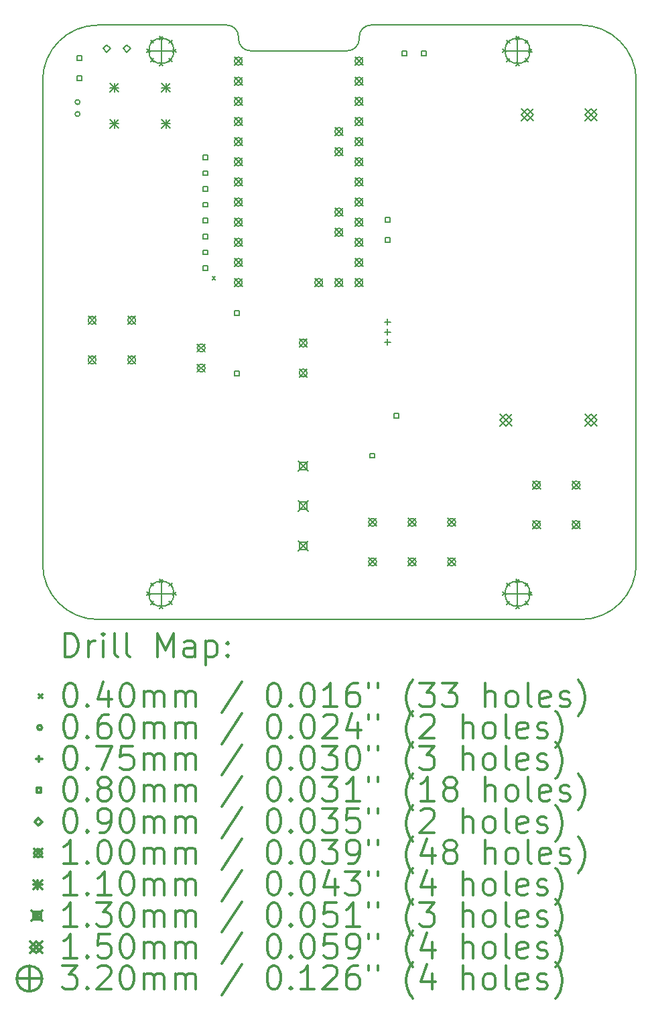
<source format=gbr>
%FSLAX45Y45*%
G04 Gerber Fmt 4.5, Leading zero omitted, Abs format (unit mm)*
G04 Created by KiCad (PCBNEW (5.0.2)-1) date 27.10.2019 17:27:43*
%MOMM*%
%LPD*%
G01*
G04 APERTURE LIST*
%ADD10C,0.150000*%
%ADD11C,0.200000*%
%ADD12C,0.300000*%
G04 APERTURE END LIST*
D10*
X12400000Y-7800000D02*
X12425000Y-7800000D01*
X14100000Y-7950000D02*
X14100000Y-7975000D01*
X12575000Y-7950000D02*
X12575000Y-7975000D01*
X12725000Y-8125000D02*
X13950000Y-8125000D01*
X13950000Y-8125000D02*
G75*
G03X14100000Y-7975000I0J150000D01*
G01*
X14250000Y-7800000D02*
G75*
G03X14100000Y-7950000I0J-150000D01*
G01*
X12575000Y-7975000D02*
G75*
G03X12725000Y-8125000I150000J0D01*
G01*
X12575000Y-7950000D02*
G75*
G03X12425000Y-7800000I-150000J0D01*
G01*
X10800000Y-7800000D02*
X12400000Y-7800000D01*
X14250000Y-7800000D02*
X16900000Y-7800000D01*
X10800000Y-15300000D02*
X16900000Y-15300000D01*
X10100000Y-8500000D02*
X10100000Y-14600000D01*
X17600000Y-14600000D02*
X17600000Y-8500000D01*
X17600000Y-8500000D02*
G75*
G03X16900000Y-7800000I-700000J0D01*
G01*
X10100000Y-14600000D02*
G75*
G03X10800000Y-15300000I700000J0D01*
G01*
X16900000Y-15300000D02*
G75*
G03X17600000Y-14600000I0J700000D01*
G01*
X10800000Y-7800000D02*
G75*
G03X10100000Y-8500000I0J-700000D01*
G01*
D11*
X12242100Y-10973400D02*
X12282100Y-11013400D01*
X12282100Y-10973400D02*
X12242100Y-11013400D01*
X11415000Y-8105000D02*
X11455000Y-8145000D01*
X11455000Y-8105000D02*
X11415000Y-8145000D01*
X11463327Y-7988327D02*
X11503327Y-8028327D01*
X11503327Y-7988327D02*
X11463327Y-8028327D01*
X11463327Y-8221673D02*
X11503327Y-8261673D01*
X11503327Y-8221673D02*
X11463327Y-8261673D01*
X11580000Y-7940000D02*
X11620000Y-7980000D01*
X11620000Y-7940000D02*
X11580000Y-7980000D01*
X11580000Y-8270000D02*
X11620000Y-8310000D01*
X11620000Y-8270000D02*
X11580000Y-8310000D01*
X11696673Y-7988327D02*
X11736673Y-8028327D01*
X11736673Y-7988327D02*
X11696673Y-8028327D01*
X11696673Y-8221673D02*
X11736673Y-8261673D01*
X11736673Y-8221673D02*
X11696673Y-8261673D01*
X11745000Y-8105000D02*
X11785000Y-8145000D01*
X11785000Y-8105000D02*
X11745000Y-8145000D01*
X11415000Y-14955000D02*
X11455000Y-14995000D01*
X11455000Y-14955000D02*
X11415000Y-14995000D01*
X11463327Y-14838327D02*
X11503327Y-14878327D01*
X11503327Y-14838327D02*
X11463327Y-14878327D01*
X11463327Y-15071673D02*
X11503327Y-15111673D01*
X11503327Y-15071673D02*
X11463327Y-15111673D01*
X11580000Y-14790000D02*
X11620000Y-14830000D01*
X11620000Y-14790000D02*
X11580000Y-14830000D01*
X11580000Y-15120000D02*
X11620000Y-15160000D01*
X11620000Y-15120000D02*
X11580000Y-15160000D01*
X11696673Y-14838327D02*
X11736673Y-14878327D01*
X11736673Y-14838327D02*
X11696673Y-14878327D01*
X11696673Y-15071673D02*
X11736673Y-15111673D01*
X11736673Y-15071673D02*
X11696673Y-15111673D01*
X11745000Y-14955000D02*
X11785000Y-14995000D01*
X11785000Y-14955000D02*
X11745000Y-14995000D01*
X15915000Y-14955000D02*
X15955000Y-14995000D01*
X15955000Y-14955000D02*
X15915000Y-14995000D01*
X15963327Y-14838327D02*
X16003327Y-14878327D01*
X16003327Y-14838327D02*
X15963327Y-14878327D01*
X15963327Y-15071673D02*
X16003327Y-15111673D01*
X16003327Y-15071673D02*
X15963327Y-15111673D01*
X16080000Y-14790000D02*
X16120000Y-14830000D01*
X16120000Y-14790000D02*
X16080000Y-14830000D01*
X16080000Y-15120000D02*
X16120000Y-15160000D01*
X16120000Y-15120000D02*
X16080000Y-15160000D01*
X16196673Y-14838327D02*
X16236673Y-14878327D01*
X16236673Y-14838327D02*
X16196673Y-14878327D01*
X16196673Y-15071673D02*
X16236673Y-15111673D01*
X16236673Y-15071673D02*
X16196673Y-15111673D01*
X16245000Y-14955000D02*
X16285000Y-14995000D01*
X16285000Y-14955000D02*
X16245000Y-14995000D01*
X15915000Y-8105000D02*
X15955000Y-8145000D01*
X15955000Y-8105000D02*
X15915000Y-8145000D01*
X15963327Y-7988327D02*
X16003327Y-8028327D01*
X16003327Y-7988327D02*
X15963327Y-8028327D01*
X15963327Y-8221673D02*
X16003327Y-8261673D01*
X16003327Y-8221673D02*
X15963327Y-8261673D01*
X16080000Y-7940000D02*
X16120000Y-7980000D01*
X16120000Y-7940000D02*
X16080000Y-7980000D01*
X16080000Y-8270000D02*
X16120000Y-8310000D01*
X16120000Y-8270000D02*
X16080000Y-8310000D01*
X16196673Y-7988327D02*
X16236673Y-8028327D01*
X16236673Y-7988327D02*
X16196673Y-8028327D01*
X16196673Y-8221673D02*
X16236673Y-8261673D01*
X16236673Y-8221673D02*
X16196673Y-8261673D01*
X16245000Y-8105000D02*
X16285000Y-8145000D01*
X16285000Y-8105000D02*
X16245000Y-8145000D01*
X10571000Y-8771750D02*
G75*
G03X10571000Y-8771750I-30000J0D01*
G01*
X10571000Y-8921750D02*
G75*
G03X10571000Y-8921750I-30000J0D01*
G01*
X14459000Y-11506800D02*
X14459000Y-11581800D01*
X14421500Y-11544300D02*
X14496500Y-11544300D01*
X14459000Y-11633800D02*
X14459000Y-11708800D01*
X14421500Y-11671300D02*
X14496500Y-11671300D01*
X14459000Y-11760800D02*
X14459000Y-11835800D01*
X14421500Y-11798300D02*
X14496500Y-11798300D01*
X14696784Y-8188034D02*
X14696784Y-8131465D01*
X14640215Y-8131465D01*
X14640215Y-8188034D01*
X14696784Y-8188034D01*
X14946784Y-8188034D02*
X14946784Y-8131465D01*
X14890215Y-8131465D01*
X14890215Y-8188034D01*
X14946784Y-8188034D01*
X14295184Y-13260084D02*
X14295184Y-13203515D01*
X14238615Y-13203515D01*
X14238615Y-13260084D01*
X14295184Y-13260084D01*
X14595184Y-12760084D02*
X14595184Y-12703515D01*
X14538615Y-12703515D01*
X14538615Y-12760084D01*
X14595184Y-12760084D01*
X14487284Y-10283485D02*
X14487284Y-10226916D01*
X14430715Y-10226916D01*
X14430715Y-10283485D01*
X14487284Y-10283485D01*
X14487284Y-10537485D02*
X14487284Y-10480916D01*
X14430715Y-10480916D01*
X14430715Y-10537485D01*
X14487284Y-10537485D01*
X10594685Y-8245184D02*
X10594685Y-8188615D01*
X10538116Y-8188615D01*
X10538116Y-8245184D01*
X10594685Y-8245184D01*
X10594685Y-8499185D02*
X10594685Y-8442616D01*
X10538116Y-8442616D01*
X10538116Y-8499185D01*
X10594685Y-8499185D01*
X12186184Y-9495485D02*
X12186184Y-9438916D01*
X12129615Y-9438916D01*
X12129615Y-9495485D01*
X12186184Y-9495485D01*
X12186184Y-9695485D02*
X12186184Y-9638916D01*
X12129615Y-9638916D01*
X12129615Y-9695485D01*
X12186184Y-9695485D01*
X12186184Y-9895485D02*
X12186184Y-9838916D01*
X12129615Y-9838916D01*
X12129615Y-9895485D01*
X12186184Y-9895485D01*
X12186184Y-10095485D02*
X12186184Y-10038916D01*
X12129615Y-10038916D01*
X12129615Y-10095485D01*
X12186184Y-10095485D01*
X12186184Y-10295485D02*
X12186184Y-10238916D01*
X12129615Y-10238916D01*
X12129615Y-10295485D01*
X12186184Y-10295485D01*
X12186184Y-10495485D02*
X12186184Y-10438916D01*
X12129615Y-10438916D01*
X12129615Y-10495485D01*
X12186184Y-10495485D01*
X12186184Y-10695485D02*
X12186184Y-10638916D01*
X12129615Y-10638916D01*
X12129615Y-10695485D01*
X12186184Y-10695485D01*
X12186184Y-10895485D02*
X12186184Y-10838916D01*
X12129615Y-10838916D01*
X12129615Y-10895485D01*
X12186184Y-10895485D01*
X12582284Y-11464684D02*
X12582284Y-11408115D01*
X12525715Y-11408115D01*
X12525715Y-11464684D01*
X12582284Y-11464684D01*
X12582284Y-12226684D02*
X12582284Y-12170115D01*
X12525715Y-12170115D01*
X12525715Y-12226684D01*
X12582284Y-12226684D01*
X10909300Y-8141250D02*
X10954300Y-8096250D01*
X10909300Y-8051250D01*
X10864300Y-8096250D01*
X10909300Y-8141250D01*
X11163300Y-8141250D02*
X11208300Y-8096250D01*
X11163300Y-8051250D01*
X11118300Y-8096250D01*
X11163300Y-8141250D01*
X13342200Y-11761000D02*
X13442200Y-11861000D01*
X13442200Y-11761000D02*
X13342200Y-11861000D01*
X13442200Y-11811000D02*
G75*
G03X13442200Y-11811000I-50000J0D01*
G01*
X13342200Y-12139000D02*
X13442200Y-12239000D01*
X13442200Y-12139000D02*
X13342200Y-12239000D01*
X13442200Y-12189000D02*
G75*
G03X13442200Y-12189000I-50000J0D01*
G01*
X12053100Y-11824500D02*
X12153100Y-11924500D01*
X12153100Y-11824500D02*
X12053100Y-11924500D01*
X12153100Y-11874500D02*
G75*
G03X12153100Y-11874500I-50000J0D01*
G01*
X12053100Y-12078500D02*
X12153100Y-12178500D01*
X12153100Y-12078500D02*
X12053100Y-12178500D01*
X12153100Y-12128500D02*
G75*
G03X12153100Y-12128500I-50000J0D01*
G01*
X14218400Y-14023200D02*
X14318400Y-14123200D01*
X14318400Y-14023200D02*
X14218400Y-14123200D01*
X14318400Y-14073200D02*
G75*
G03X14318400Y-14073200I-50000J0D01*
G01*
X14218400Y-14523200D02*
X14318400Y-14623200D01*
X14318400Y-14523200D02*
X14218400Y-14623200D01*
X14318400Y-14573200D02*
G75*
G03X14318400Y-14573200I-50000J0D01*
G01*
X14718400Y-14023200D02*
X14818400Y-14123200D01*
X14818400Y-14023200D02*
X14718400Y-14123200D01*
X14818400Y-14073200D02*
G75*
G03X14818400Y-14073200I-50000J0D01*
G01*
X14718400Y-14523200D02*
X14818400Y-14623200D01*
X14818400Y-14523200D02*
X14718400Y-14623200D01*
X14818400Y-14573200D02*
G75*
G03X14818400Y-14573200I-50000J0D01*
G01*
X15218400Y-14023200D02*
X15318400Y-14123200D01*
X15318400Y-14023200D02*
X15218400Y-14123200D01*
X15318400Y-14073200D02*
G75*
G03X15318400Y-14073200I-50000J0D01*
G01*
X15218400Y-14523200D02*
X15318400Y-14623200D01*
X15318400Y-14523200D02*
X15218400Y-14623200D01*
X15318400Y-14573200D02*
G75*
G03X15318400Y-14573200I-50000J0D01*
G01*
X12523000Y-8205000D02*
X12623000Y-8305000D01*
X12623000Y-8205000D02*
X12523000Y-8305000D01*
X12623000Y-8255000D02*
G75*
G03X12623000Y-8255000I-50000J0D01*
G01*
X12523000Y-8459000D02*
X12623000Y-8559000D01*
X12623000Y-8459000D02*
X12523000Y-8559000D01*
X12623000Y-8509000D02*
G75*
G03X12623000Y-8509000I-50000J0D01*
G01*
X12523000Y-8713000D02*
X12623000Y-8813000D01*
X12623000Y-8713000D02*
X12523000Y-8813000D01*
X12623000Y-8763000D02*
G75*
G03X12623000Y-8763000I-50000J0D01*
G01*
X12523000Y-8967000D02*
X12623000Y-9067000D01*
X12623000Y-8967000D02*
X12523000Y-9067000D01*
X12623000Y-9017000D02*
G75*
G03X12623000Y-9017000I-50000J0D01*
G01*
X12523000Y-9221000D02*
X12623000Y-9321000D01*
X12623000Y-9221000D02*
X12523000Y-9321000D01*
X12623000Y-9271000D02*
G75*
G03X12623000Y-9271000I-50000J0D01*
G01*
X12523000Y-9475000D02*
X12623000Y-9575000D01*
X12623000Y-9475000D02*
X12523000Y-9575000D01*
X12623000Y-9525000D02*
G75*
G03X12623000Y-9525000I-50000J0D01*
G01*
X12523000Y-9729000D02*
X12623000Y-9829000D01*
X12623000Y-9729000D02*
X12523000Y-9829000D01*
X12623000Y-9779000D02*
G75*
G03X12623000Y-9779000I-50000J0D01*
G01*
X12523000Y-9983000D02*
X12623000Y-10083000D01*
X12623000Y-9983000D02*
X12523000Y-10083000D01*
X12623000Y-10033000D02*
G75*
G03X12623000Y-10033000I-50000J0D01*
G01*
X12523000Y-10237000D02*
X12623000Y-10337000D01*
X12623000Y-10237000D02*
X12523000Y-10337000D01*
X12623000Y-10287000D02*
G75*
G03X12623000Y-10287000I-50000J0D01*
G01*
X12523000Y-10491000D02*
X12623000Y-10591000D01*
X12623000Y-10491000D02*
X12523000Y-10591000D01*
X12623000Y-10541000D02*
G75*
G03X12623000Y-10541000I-50000J0D01*
G01*
X12523000Y-10745000D02*
X12623000Y-10845000D01*
X12623000Y-10745000D02*
X12523000Y-10845000D01*
X12623000Y-10795000D02*
G75*
G03X12623000Y-10795000I-50000J0D01*
G01*
X12523000Y-10999000D02*
X12623000Y-11099000D01*
X12623000Y-10999000D02*
X12523000Y-11099000D01*
X12623000Y-11049000D02*
G75*
G03X12623000Y-11049000I-50000J0D01*
G01*
X13539000Y-10999000D02*
X13639000Y-11099000D01*
X13639000Y-10999000D02*
X13539000Y-11099000D01*
X13639000Y-11049000D02*
G75*
G03X13639000Y-11049000I-50000J0D01*
G01*
X13793000Y-9094000D02*
X13893000Y-9194000D01*
X13893000Y-9094000D02*
X13793000Y-9194000D01*
X13893000Y-9144000D02*
G75*
G03X13893000Y-9144000I-50000J0D01*
G01*
X13793000Y-9348000D02*
X13893000Y-9448000D01*
X13893000Y-9348000D02*
X13793000Y-9448000D01*
X13893000Y-9398000D02*
G75*
G03X13893000Y-9398000I-50000J0D01*
G01*
X13793000Y-10110000D02*
X13893000Y-10210000D01*
X13893000Y-10110000D02*
X13793000Y-10210000D01*
X13893000Y-10160000D02*
G75*
G03X13893000Y-10160000I-50000J0D01*
G01*
X13793000Y-10364000D02*
X13893000Y-10464000D01*
X13893000Y-10364000D02*
X13793000Y-10464000D01*
X13893000Y-10414000D02*
G75*
G03X13893000Y-10414000I-50000J0D01*
G01*
X13793000Y-10999000D02*
X13893000Y-11099000D01*
X13893000Y-10999000D02*
X13793000Y-11099000D01*
X13893000Y-11049000D02*
G75*
G03X13893000Y-11049000I-50000J0D01*
G01*
X14047000Y-8205000D02*
X14147000Y-8305000D01*
X14147000Y-8205000D02*
X14047000Y-8305000D01*
X14147000Y-8255000D02*
G75*
G03X14147000Y-8255000I-50000J0D01*
G01*
X14047000Y-8459000D02*
X14147000Y-8559000D01*
X14147000Y-8459000D02*
X14047000Y-8559000D01*
X14147000Y-8509000D02*
G75*
G03X14147000Y-8509000I-50000J0D01*
G01*
X14047000Y-8713000D02*
X14147000Y-8813000D01*
X14147000Y-8713000D02*
X14047000Y-8813000D01*
X14147000Y-8763000D02*
G75*
G03X14147000Y-8763000I-50000J0D01*
G01*
X14047000Y-8967000D02*
X14147000Y-9067000D01*
X14147000Y-8967000D02*
X14047000Y-9067000D01*
X14147000Y-9017000D02*
G75*
G03X14147000Y-9017000I-50000J0D01*
G01*
X14047000Y-9221000D02*
X14147000Y-9321000D01*
X14147000Y-9221000D02*
X14047000Y-9321000D01*
X14147000Y-9271000D02*
G75*
G03X14147000Y-9271000I-50000J0D01*
G01*
X14047000Y-9475000D02*
X14147000Y-9575000D01*
X14147000Y-9475000D02*
X14047000Y-9575000D01*
X14147000Y-9525000D02*
G75*
G03X14147000Y-9525000I-50000J0D01*
G01*
X14047000Y-9729000D02*
X14147000Y-9829000D01*
X14147000Y-9729000D02*
X14047000Y-9829000D01*
X14147000Y-9779000D02*
G75*
G03X14147000Y-9779000I-50000J0D01*
G01*
X14047000Y-9983000D02*
X14147000Y-10083000D01*
X14147000Y-9983000D02*
X14047000Y-10083000D01*
X14147000Y-10033000D02*
G75*
G03X14147000Y-10033000I-50000J0D01*
G01*
X14047000Y-10237000D02*
X14147000Y-10337000D01*
X14147000Y-10237000D02*
X14047000Y-10337000D01*
X14147000Y-10287000D02*
G75*
G03X14147000Y-10287000I-50000J0D01*
G01*
X14047000Y-10491000D02*
X14147000Y-10591000D01*
X14147000Y-10491000D02*
X14047000Y-10591000D01*
X14147000Y-10541000D02*
G75*
G03X14147000Y-10541000I-50000J0D01*
G01*
X14047000Y-10745000D02*
X14147000Y-10845000D01*
X14147000Y-10745000D02*
X14047000Y-10845000D01*
X14147000Y-10795000D02*
G75*
G03X14147000Y-10795000I-50000J0D01*
G01*
X14047000Y-10999000D02*
X14147000Y-11099000D01*
X14147000Y-10999000D02*
X14047000Y-11099000D01*
X14147000Y-11049000D02*
G75*
G03X14147000Y-11049000I-50000J0D01*
G01*
X10675200Y-11475200D02*
X10775200Y-11575200D01*
X10775200Y-11475200D02*
X10675200Y-11575200D01*
X10775200Y-11525200D02*
G75*
G03X10775200Y-11525200I-50000J0D01*
G01*
X10675200Y-11975200D02*
X10775200Y-12075200D01*
X10775200Y-11975200D02*
X10675200Y-12075200D01*
X10775200Y-12025200D02*
G75*
G03X10775200Y-12025200I-50000J0D01*
G01*
X11175200Y-11475200D02*
X11275200Y-11575200D01*
X11275200Y-11475200D02*
X11175200Y-11575200D01*
X11275200Y-11525200D02*
G75*
G03X11275200Y-11525200I-50000J0D01*
G01*
X11175200Y-11975200D02*
X11275200Y-12075200D01*
X11275200Y-11975200D02*
X11175200Y-12075200D01*
X11275200Y-12025200D02*
G75*
G03X11275200Y-12025200I-50000J0D01*
G01*
X16290200Y-13553400D02*
X16390200Y-13653400D01*
X16390200Y-13553400D02*
X16290200Y-13653400D01*
X16390200Y-13603400D02*
G75*
G03X16390200Y-13603400I-50000J0D01*
G01*
X16290200Y-14053400D02*
X16390200Y-14153400D01*
X16390200Y-14053400D02*
X16290200Y-14153400D01*
X16390200Y-14103400D02*
G75*
G03X16390200Y-14103400I-50000J0D01*
G01*
X16790200Y-13553400D02*
X16890200Y-13653400D01*
X16890200Y-13553400D02*
X16790200Y-13653400D01*
X16890200Y-13603400D02*
G75*
G03X16890200Y-13603400I-50000J0D01*
G01*
X16790200Y-14053400D02*
X16890200Y-14153400D01*
X16890200Y-14053400D02*
X16790200Y-14153400D01*
X16890200Y-14103400D02*
G75*
G03X16890200Y-14103400I-50000J0D01*
G01*
X10953600Y-8537400D02*
X11063600Y-8647400D01*
X11063600Y-8537400D02*
X10953600Y-8647400D01*
X11008600Y-8537400D02*
X11008600Y-8647400D01*
X10953600Y-8592400D02*
X11063600Y-8592400D01*
X10953600Y-8987400D02*
X11063600Y-9097400D01*
X11063600Y-8987400D02*
X10953600Y-9097400D01*
X11008600Y-8987400D02*
X11008600Y-9097400D01*
X10953600Y-9042400D02*
X11063600Y-9042400D01*
X11603600Y-8537400D02*
X11713600Y-8647400D01*
X11713600Y-8537400D02*
X11603600Y-8647400D01*
X11658600Y-8537400D02*
X11658600Y-8647400D01*
X11603600Y-8592400D02*
X11713600Y-8592400D01*
X11603600Y-8987400D02*
X11713600Y-9097400D01*
X11713600Y-8987400D02*
X11603600Y-9097400D01*
X11658600Y-8987400D02*
X11658600Y-9097400D01*
X11603600Y-9042400D02*
X11713600Y-9042400D01*
X13327200Y-13298000D02*
X13457200Y-13428000D01*
X13457200Y-13298000D02*
X13327200Y-13428000D01*
X13438162Y-13408962D02*
X13438162Y-13317038D01*
X13346238Y-13317038D01*
X13346238Y-13408962D01*
X13438162Y-13408962D01*
X13327200Y-13802000D02*
X13457200Y-13932000D01*
X13457200Y-13802000D02*
X13327200Y-13932000D01*
X13438162Y-13912962D02*
X13438162Y-13821038D01*
X13346238Y-13821038D01*
X13346238Y-13912962D01*
X13438162Y-13912962D01*
X13327200Y-14306000D02*
X13457200Y-14436000D01*
X13457200Y-14306000D02*
X13327200Y-14436000D01*
X13438162Y-14416962D02*
X13438162Y-14325038D01*
X13346238Y-14325038D01*
X13346238Y-14416962D01*
X13438162Y-14416962D01*
X15876200Y-12707600D02*
X16026200Y-12857600D01*
X16026200Y-12707600D02*
X15876200Y-12857600D01*
X15951200Y-12857600D02*
X16026200Y-12782600D01*
X15951200Y-12707600D01*
X15876200Y-12782600D01*
X15951200Y-12857600D01*
X16151200Y-8857600D02*
X16301200Y-9007600D01*
X16301200Y-8857600D02*
X16151200Y-9007600D01*
X16226200Y-9007600D02*
X16301200Y-8932600D01*
X16226200Y-8857600D01*
X16151200Y-8932600D01*
X16226200Y-9007600D01*
X16951200Y-8857600D02*
X17101200Y-9007600D01*
X17101200Y-8857600D02*
X16951200Y-9007600D01*
X17026200Y-9007600D02*
X17101200Y-8932600D01*
X17026200Y-8857600D01*
X16951200Y-8932600D01*
X17026200Y-9007600D01*
X16951200Y-12707600D02*
X17101200Y-12857600D01*
X17101200Y-12707600D02*
X16951200Y-12857600D01*
X17026200Y-12857600D02*
X17101200Y-12782600D01*
X17026200Y-12707600D01*
X16951200Y-12782600D01*
X17026200Y-12857600D01*
X11600000Y-14815000D02*
X11600000Y-15135000D01*
X11440000Y-14975000D02*
X11760000Y-14975000D01*
X11760000Y-14975000D02*
G75*
G03X11760000Y-14975000I-160000J0D01*
G01*
X16100000Y-14815000D02*
X16100000Y-15135000D01*
X15940000Y-14975000D02*
X16260000Y-14975000D01*
X16260000Y-14975000D02*
G75*
G03X16260000Y-14975000I-160000J0D01*
G01*
X16100000Y-7965000D02*
X16100000Y-8285000D01*
X15940000Y-8125000D02*
X16260000Y-8125000D01*
X16260000Y-8125000D02*
G75*
G03X16260000Y-8125000I-160000J0D01*
G01*
X11600000Y-7965000D02*
X11600000Y-8285000D01*
X11440000Y-8125000D02*
X11760000Y-8125000D01*
X11760000Y-8125000D02*
G75*
G03X11760000Y-8125000I-160000J0D01*
G01*
D12*
X10378928Y-15773214D02*
X10378928Y-15473214D01*
X10450357Y-15473214D01*
X10493214Y-15487500D01*
X10521786Y-15516071D01*
X10536071Y-15544643D01*
X10550357Y-15601786D01*
X10550357Y-15644643D01*
X10536071Y-15701786D01*
X10521786Y-15730357D01*
X10493214Y-15758929D01*
X10450357Y-15773214D01*
X10378928Y-15773214D01*
X10678928Y-15773214D02*
X10678928Y-15573214D01*
X10678928Y-15630357D02*
X10693214Y-15601786D01*
X10707500Y-15587500D01*
X10736071Y-15573214D01*
X10764643Y-15573214D01*
X10864643Y-15773214D02*
X10864643Y-15573214D01*
X10864643Y-15473214D02*
X10850357Y-15487500D01*
X10864643Y-15501786D01*
X10878928Y-15487500D01*
X10864643Y-15473214D01*
X10864643Y-15501786D01*
X11050357Y-15773214D02*
X11021786Y-15758929D01*
X11007500Y-15730357D01*
X11007500Y-15473214D01*
X11207500Y-15773214D02*
X11178928Y-15758929D01*
X11164643Y-15730357D01*
X11164643Y-15473214D01*
X11550357Y-15773214D02*
X11550357Y-15473214D01*
X11650357Y-15687500D01*
X11750357Y-15473214D01*
X11750357Y-15773214D01*
X12021786Y-15773214D02*
X12021786Y-15616071D01*
X12007500Y-15587500D01*
X11978928Y-15573214D01*
X11921786Y-15573214D01*
X11893214Y-15587500D01*
X12021786Y-15758929D02*
X11993214Y-15773214D01*
X11921786Y-15773214D01*
X11893214Y-15758929D01*
X11878928Y-15730357D01*
X11878928Y-15701786D01*
X11893214Y-15673214D01*
X11921786Y-15658929D01*
X11993214Y-15658929D01*
X12021786Y-15644643D01*
X12164643Y-15573214D02*
X12164643Y-15873214D01*
X12164643Y-15587500D02*
X12193214Y-15573214D01*
X12250357Y-15573214D01*
X12278928Y-15587500D01*
X12293214Y-15601786D01*
X12307500Y-15630357D01*
X12307500Y-15716071D01*
X12293214Y-15744643D01*
X12278928Y-15758929D01*
X12250357Y-15773214D01*
X12193214Y-15773214D01*
X12164643Y-15758929D01*
X12436071Y-15744643D02*
X12450357Y-15758929D01*
X12436071Y-15773214D01*
X12421786Y-15758929D01*
X12436071Y-15744643D01*
X12436071Y-15773214D01*
X12436071Y-15587500D02*
X12450357Y-15601786D01*
X12436071Y-15616071D01*
X12421786Y-15601786D01*
X12436071Y-15587500D01*
X12436071Y-15616071D01*
X10052500Y-16247500D02*
X10092500Y-16287500D01*
X10092500Y-16247500D02*
X10052500Y-16287500D01*
X10436071Y-16103214D02*
X10464643Y-16103214D01*
X10493214Y-16117500D01*
X10507500Y-16131786D01*
X10521786Y-16160357D01*
X10536071Y-16217500D01*
X10536071Y-16288929D01*
X10521786Y-16346071D01*
X10507500Y-16374643D01*
X10493214Y-16388929D01*
X10464643Y-16403214D01*
X10436071Y-16403214D01*
X10407500Y-16388929D01*
X10393214Y-16374643D01*
X10378928Y-16346071D01*
X10364643Y-16288929D01*
X10364643Y-16217500D01*
X10378928Y-16160357D01*
X10393214Y-16131786D01*
X10407500Y-16117500D01*
X10436071Y-16103214D01*
X10664643Y-16374643D02*
X10678928Y-16388929D01*
X10664643Y-16403214D01*
X10650357Y-16388929D01*
X10664643Y-16374643D01*
X10664643Y-16403214D01*
X10936071Y-16203214D02*
X10936071Y-16403214D01*
X10864643Y-16088929D02*
X10793214Y-16303214D01*
X10978928Y-16303214D01*
X11150357Y-16103214D02*
X11178928Y-16103214D01*
X11207500Y-16117500D01*
X11221786Y-16131786D01*
X11236071Y-16160357D01*
X11250357Y-16217500D01*
X11250357Y-16288929D01*
X11236071Y-16346071D01*
X11221786Y-16374643D01*
X11207500Y-16388929D01*
X11178928Y-16403214D01*
X11150357Y-16403214D01*
X11121786Y-16388929D01*
X11107500Y-16374643D01*
X11093214Y-16346071D01*
X11078928Y-16288929D01*
X11078928Y-16217500D01*
X11093214Y-16160357D01*
X11107500Y-16131786D01*
X11121786Y-16117500D01*
X11150357Y-16103214D01*
X11378928Y-16403214D02*
X11378928Y-16203214D01*
X11378928Y-16231786D02*
X11393214Y-16217500D01*
X11421786Y-16203214D01*
X11464643Y-16203214D01*
X11493214Y-16217500D01*
X11507500Y-16246071D01*
X11507500Y-16403214D01*
X11507500Y-16246071D02*
X11521786Y-16217500D01*
X11550357Y-16203214D01*
X11593214Y-16203214D01*
X11621786Y-16217500D01*
X11636071Y-16246071D01*
X11636071Y-16403214D01*
X11778928Y-16403214D02*
X11778928Y-16203214D01*
X11778928Y-16231786D02*
X11793214Y-16217500D01*
X11821786Y-16203214D01*
X11864643Y-16203214D01*
X11893214Y-16217500D01*
X11907500Y-16246071D01*
X11907500Y-16403214D01*
X11907500Y-16246071D02*
X11921786Y-16217500D01*
X11950357Y-16203214D01*
X11993214Y-16203214D01*
X12021786Y-16217500D01*
X12036071Y-16246071D01*
X12036071Y-16403214D01*
X12621786Y-16088929D02*
X12364643Y-16474643D01*
X13007500Y-16103214D02*
X13036071Y-16103214D01*
X13064643Y-16117500D01*
X13078928Y-16131786D01*
X13093214Y-16160357D01*
X13107500Y-16217500D01*
X13107500Y-16288929D01*
X13093214Y-16346071D01*
X13078928Y-16374643D01*
X13064643Y-16388929D01*
X13036071Y-16403214D01*
X13007500Y-16403214D01*
X12978928Y-16388929D01*
X12964643Y-16374643D01*
X12950357Y-16346071D01*
X12936071Y-16288929D01*
X12936071Y-16217500D01*
X12950357Y-16160357D01*
X12964643Y-16131786D01*
X12978928Y-16117500D01*
X13007500Y-16103214D01*
X13236071Y-16374643D02*
X13250357Y-16388929D01*
X13236071Y-16403214D01*
X13221786Y-16388929D01*
X13236071Y-16374643D01*
X13236071Y-16403214D01*
X13436071Y-16103214D02*
X13464643Y-16103214D01*
X13493214Y-16117500D01*
X13507500Y-16131786D01*
X13521786Y-16160357D01*
X13536071Y-16217500D01*
X13536071Y-16288929D01*
X13521786Y-16346071D01*
X13507500Y-16374643D01*
X13493214Y-16388929D01*
X13464643Y-16403214D01*
X13436071Y-16403214D01*
X13407500Y-16388929D01*
X13393214Y-16374643D01*
X13378928Y-16346071D01*
X13364643Y-16288929D01*
X13364643Y-16217500D01*
X13378928Y-16160357D01*
X13393214Y-16131786D01*
X13407500Y-16117500D01*
X13436071Y-16103214D01*
X13821786Y-16403214D02*
X13650357Y-16403214D01*
X13736071Y-16403214D02*
X13736071Y-16103214D01*
X13707500Y-16146071D01*
X13678928Y-16174643D01*
X13650357Y-16188929D01*
X14078928Y-16103214D02*
X14021786Y-16103214D01*
X13993214Y-16117500D01*
X13978928Y-16131786D01*
X13950357Y-16174643D01*
X13936071Y-16231786D01*
X13936071Y-16346071D01*
X13950357Y-16374643D01*
X13964643Y-16388929D01*
X13993214Y-16403214D01*
X14050357Y-16403214D01*
X14078928Y-16388929D01*
X14093214Y-16374643D01*
X14107500Y-16346071D01*
X14107500Y-16274643D01*
X14093214Y-16246071D01*
X14078928Y-16231786D01*
X14050357Y-16217500D01*
X13993214Y-16217500D01*
X13964643Y-16231786D01*
X13950357Y-16246071D01*
X13936071Y-16274643D01*
X14221786Y-16103214D02*
X14221786Y-16160357D01*
X14336071Y-16103214D02*
X14336071Y-16160357D01*
X14778928Y-16517500D02*
X14764643Y-16503214D01*
X14736071Y-16460357D01*
X14721786Y-16431786D01*
X14707500Y-16388929D01*
X14693214Y-16317500D01*
X14693214Y-16260357D01*
X14707500Y-16188929D01*
X14721786Y-16146071D01*
X14736071Y-16117500D01*
X14764643Y-16074643D01*
X14778928Y-16060357D01*
X14864643Y-16103214D02*
X15050357Y-16103214D01*
X14950357Y-16217500D01*
X14993214Y-16217500D01*
X15021786Y-16231786D01*
X15036071Y-16246071D01*
X15050357Y-16274643D01*
X15050357Y-16346071D01*
X15036071Y-16374643D01*
X15021786Y-16388929D01*
X14993214Y-16403214D01*
X14907500Y-16403214D01*
X14878928Y-16388929D01*
X14864643Y-16374643D01*
X15150357Y-16103214D02*
X15336071Y-16103214D01*
X15236071Y-16217500D01*
X15278928Y-16217500D01*
X15307500Y-16231786D01*
X15321786Y-16246071D01*
X15336071Y-16274643D01*
X15336071Y-16346071D01*
X15321786Y-16374643D01*
X15307500Y-16388929D01*
X15278928Y-16403214D01*
X15193214Y-16403214D01*
X15164643Y-16388929D01*
X15150357Y-16374643D01*
X15693214Y-16403214D02*
X15693214Y-16103214D01*
X15821786Y-16403214D02*
X15821786Y-16246071D01*
X15807500Y-16217500D01*
X15778928Y-16203214D01*
X15736071Y-16203214D01*
X15707500Y-16217500D01*
X15693214Y-16231786D01*
X16007500Y-16403214D02*
X15978928Y-16388929D01*
X15964643Y-16374643D01*
X15950357Y-16346071D01*
X15950357Y-16260357D01*
X15964643Y-16231786D01*
X15978928Y-16217500D01*
X16007500Y-16203214D01*
X16050357Y-16203214D01*
X16078928Y-16217500D01*
X16093214Y-16231786D01*
X16107500Y-16260357D01*
X16107500Y-16346071D01*
X16093214Y-16374643D01*
X16078928Y-16388929D01*
X16050357Y-16403214D01*
X16007500Y-16403214D01*
X16278928Y-16403214D02*
X16250357Y-16388929D01*
X16236071Y-16360357D01*
X16236071Y-16103214D01*
X16507500Y-16388929D02*
X16478928Y-16403214D01*
X16421786Y-16403214D01*
X16393214Y-16388929D01*
X16378928Y-16360357D01*
X16378928Y-16246071D01*
X16393214Y-16217500D01*
X16421786Y-16203214D01*
X16478928Y-16203214D01*
X16507500Y-16217500D01*
X16521786Y-16246071D01*
X16521786Y-16274643D01*
X16378928Y-16303214D01*
X16636071Y-16388929D02*
X16664643Y-16403214D01*
X16721786Y-16403214D01*
X16750357Y-16388929D01*
X16764643Y-16360357D01*
X16764643Y-16346071D01*
X16750357Y-16317500D01*
X16721786Y-16303214D01*
X16678928Y-16303214D01*
X16650357Y-16288929D01*
X16636071Y-16260357D01*
X16636071Y-16246071D01*
X16650357Y-16217500D01*
X16678928Y-16203214D01*
X16721786Y-16203214D01*
X16750357Y-16217500D01*
X16864643Y-16517500D02*
X16878928Y-16503214D01*
X16907500Y-16460357D01*
X16921786Y-16431786D01*
X16936071Y-16388929D01*
X16950357Y-16317500D01*
X16950357Y-16260357D01*
X16936071Y-16188929D01*
X16921786Y-16146071D01*
X16907500Y-16117500D01*
X16878928Y-16074643D01*
X16864643Y-16060357D01*
X10092500Y-16663500D02*
G75*
G03X10092500Y-16663500I-30000J0D01*
G01*
X10436071Y-16499214D02*
X10464643Y-16499214D01*
X10493214Y-16513500D01*
X10507500Y-16527786D01*
X10521786Y-16556357D01*
X10536071Y-16613500D01*
X10536071Y-16684929D01*
X10521786Y-16742071D01*
X10507500Y-16770643D01*
X10493214Y-16784929D01*
X10464643Y-16799214D01*
X10436071Y-16799214D01*
X10407500Y-16784929D01*
X10393214Y-16770643D01*
X10378928Y-16742071D01*
X10364643Y-16684929D01*
X10364643Y-16613500D01*
X10378928Y-16556357D01*
X10393214Y-16527786D01*
X10407500Y-16513500D01*
X10436071Y-16499214D01*
X10664643Y-16770643D02*
X10678928Y-16784929D01*
X10664643Y-16799214D01*
X10650357Y-16784929D01*
X10664643Y-16770643D01*
X10664643Y-16799214D01*
X10936071Y-16499214D02*
X10878928Y-16499214D01*
X10850357Y-16513500D01*
X10836071Y-16527786D01*
X10807500Y-16570643D01*
X10793214Y-16627786D01*
X10793214Y-16742071D01*
X10807500Y-16770643D01*
X10821786Y-16784929D01*
X10850357Y-16799214D01*
X10907500Y-16799214D01*
X10936071Y-16784929D01*
X10950357Y-16770643D01*
X10964643Y-16742071D01*
X10964643Y-16670643D01*
X10950357Y-16642071D01*
X10936071Y-16627786D01*
X10907500Y-16613500D01*
X10850357Y-16613500D01*
X10821786Y-16627786D01*
X10807500Y-16642071D01*
X10793214Y-16670643D01*
X11150357Y-16499214D02*
X11178928Y-16499214D01*
X11207500Y-16513500D01*
X11221786Y-16527786D01*
X11236071Y-16556357D01*
X11250357Y-16613500D01*
X11250357Y-16684929D01*
X11236071Y-16742071D01*
X11221786Y-16770643D01*
X11207500Y-16784929D01*
X11178928Y-16799214D01*
X11150357Y-16799214D01*
X11121786Y-16784929D01*
X11107500Y-16770643D01*
X11093214Y-16742071D01*
X11078928Y-16684929D01*
X11078928Y-16613500D01*
X11093214Y-16556357D01*
X11107500Y-16527786D01*
X11121786Y-16513500D01*
X11150357Y-16499214D01*
X11378928Y-16799214D02*
X11378928Y-16599214D01*
X11378928Y-16627786D02*
X11393214Y-16613500D01*
X11421786Y-16599214D01*
X11464643Y-16599214D01*
X11493214Y-16613500D01*
X11507500Y-16642071D01*
X11507500Y-16799214D01*
X11507500Y-16642071D02*
X11521786Y-16613500D01*
X11550357Y-16599214D01*
X11593214Y-16599214D01*
X11621786Y-16613500D01*
X11636071Y-16642071D01*
X11636071Y-16799214D01*
X11778928Y-16799214D02*
X11778928Y-16599214D01*
X11778928Y-16627786D02*
X11793214Y-16613500D01*
X11821786Y-16599214D01*
X11864643Y-16599214D01*
X11893214Y-16613500D01*
X11907500Y-16642071D01*
X11907500Y-16799214D01*
X11907500Y-16642071D02*
X11921786Y-16613500D01*
X11950357Y-16599214D01*
X11993214Y-16599214D01*
X12021786Y-16613500D01*
X12036071Y-16642071D01*
X12036071Y-16799214D01*
X12621786Y-16484929D02*
X12364643Y-16870643D01*
X13007500Y-16499214D02*
X13036071Y-16499214D01*
X13064643Y-16513500D01*
X13078928Y-16527786D01*
X13093214Y-16556357D01*
X13107500Y-16613500D01*
X13107500Y-16684929D01*
X13093214Y-16742071D01*
X13078928Y-16770643D01*
X13064643Y-16784929D01*
X13036071Y-16799214D01*
X13007500Y-16799214D01*
X12978928Y-16784929D01*
X12964643Y-16770643D01*
X12950357Y-16742071D01*
X12936071Y-16684929D01*
X12936071Y-16613500D01*
X12950357Y-16556357D01*
X12964643Y-16527786D01*
X12978928Y-16513500D01*
X13007500Y-16499214D01*
X13236071Y-16770643D02*
X13250357Y-16784929D01*
X13236071Y-16799214D01*
X13221786Y-16784929D01*
X13236071Y-16770643D01*
X13236071Y-16799214D01*
X13436071Y-16499214D02*
X13464643Y-16499214D01*
X13493214Y-16513500D01*
X13507500Y-16527786D01*
X13521786Y-16556357D01*
X13536071Y-16613500D01*
X13536071Y-16684929D01*
X13521786Y-16742071D01*
X13507500Y-16770643D01*
X13493214Y-16784929D01*
X13464643Y-16799214D01*
X13436071Y-16799214D01*
X13407500Y-16784929D01*
X13393214Y-16770643D01*
X13378928Y-16742071D01*
X13364643Y-16684929D01*
X13364643Y-16613500D01*
X13378928Y-16556357D01*
X13393214Y-16527786D01*
X13407500Y-16513500D01*
X13436071Y-16499214D01*
X13650357Y-16527786D02*
X13664643Y-16513500D01*
X13693214Y-16499214D01*
X13764643Y-16499214D01*
X13793214Y-16513500D01*
X13807500Y-16527786D01*
X13821786Y-16556357D01*
X13821786Y-16584929D01*
X13807500Y-16627786D01*
X13636071Y-16799214D01*
X13821786Y-16799214D01*
X14078928Y-16599214D02*
X14078928Y-16799214D01*
X14007500Y-16484929D02*
X13936071Y-16699214D01*
X14121786Y-16699214D01*
X14221786Y-16499214D02*
X14221786Y-16556357D01*
X14336071Y-16499214D02*
X14336071Y-16556357D01*
X14778928Y-16913500D02*
X14764643Y-16899214D01*
X14736071Y-16856357D01*
X14721786Y-16827786D01*
X14707500Y-16784929D01*
X14693214Y-16713500D01*
X14693214Y-16656357D01*
X14707500Y-16584929D01*
X14721786Y-16542071D01*
X14736071Y-16513500D01*
X14764643Y-16470643D01*
X14778928Y-16456357D01*
X14878928Y-16527786D02*
X14893214Y-16513500D01*
X14921786Y-16499214D01*
X14993214Y-16499214D01*
X15021786Y-16513500D01*
X15036071Y-16527786D01*
X15050357Y-16556357D01*
X15050357Y-16584929D01*
X15036071Y-16627786D01*
X14864643Y-16799214D01*
X15050357Y-16799214D01*
X15407500Y-16799214D02*
X15407500Y-16499214D01*
X15536071Y-16799214D02*
X15536071Y-16642071D01*
X15521786Y-16613500D01*
X15493214Y-16599214D01*
X15450357Y-16599214D01*
X15421786Y-16613500D01*
X15407500Y-16627786D01*
X15721786Y-16799214D02*
X15693214Y-16784929D01*
X15678928Y-16770643D01*
X15664643Y-16742071D01*
X15664643Y-16656357D01*
X15678928Y-16627786D01*
X15693214Y-16613500D01*
X15721786Y-16599214D01*
X15764643Y-16599214D01*
X15793214Y-16613500D01*
X15807500Y-16627786D01*
X15821786Y-16656357D01*
X15821786Y-16742071D01*
X15807500Y-16770643D01*
X15793214Y-16784929D01*
X15764643Y-16799214D01*
X15721786Y-16799214D01*
X15993214Y-16799214D02*
X15964643Y-16784929D01*
X15950357Y-16756357D01*
X15950357Y-16499214D01*
X16221786Y-16784929D02*
X16193214Y-16799214D01*
X16136071Y-16799214D01*
X16107500Y-16784929D01*
X16093214Y-16756357D01*
X16093214Y-16642071D01*
X16107500Y-16613500D01*
X16136071Y-16599214D01*
X16193214Y-16599214D01*
X16221786Y-16613500D01*
X16236071Y-16642071D01*
X16236071Y-16670643D01*
X16093214Y-16699214D01*
X16350357Y-16784929D02*
X16378928Y-16799214D01*
X16436071Y-16799214D01*
X16464643Y-16784929D01*
X16478928Y-16756357D01*
X16478928Y-16742071D01*
X16464643Y-16713500D01*
X16436071Y-16699214D01*
X16393214Y-16699214D01*
X16364643Y-16684929D01*
X16350357Y-16656357D01*
X16350357Y-16642071D01*
X16364643Y-16613500D01*
X16393214Y-16599214D01*
X16436071Y-16599214D01*
X16464643Y-16613500D01*
X16578928Y-16913500D02*
X16593214Y-16899214D01*
X16621786Y-16856357D01*
X16636071Y-16827786D01*
X16650357Y-16784929D01*
X16664643Y-16713500D01*
X16664643Y-16656357D01*
X16650357Y-16584929D01*
X16636071Y-16542071D01*
X16621786Y-16513500D01*
X16593214Y-16470643D01*
X16578928Y-16456357D01*
X10055000Y-17022000D02*
X10055000Y-17097000D01*
X10017500Y-17059500D02*
X10092500Y-17059500D01*
X10436071Y-16895214D02*
X10464643Y-16895214D01*
X10493214Y-16909500D01*
X10507500Y-16923786D01*
X10521786Y-16952357D01*
X10536071Y-17009500D01*
X10536071Y-17080929D01*
X10521786Y-17138072D01*
X10507500Y-17166643D01*
X10493214Y-17180929D01*
X10464643Y-17195214D01*
X10436071Y-17195214D01*
X10407500Y-17180929D01*
X10393214Y-17166643D01*
X10378928Y-17138072D01*
X10364643Y-17080929D01*
X10364643Y-17009500D01*
X10378928Y-16952357D01*
X10393214Y-16923786D01*
X10407500Y-16909500D01*
X10436071Y-16895214D01*
X10664643Y-17166643D02*
X10678928Y-17180929D01*
X10664643Y-17195214D01*
X10650357Y-17180929D01*
X10664643Y-17166643D01*
X10664643Y-17195214D01*
X10778928Y-16895214D02*
X10978928Y-16895214D01*
X10850357Y-17195214D01*
X11236071Y-16895214D02*
X11093214Y-16895214D01*
X11078928Y-17038072D01*
X11093214Y-17023786D01*
X11121786Y-17009500D01*
X11193214Y-17009500D01*
X11221786Y-17023786D01*
X11236071Y-17038072D01*
X11250357Y-17066643D01*
X11250357Y-17138072D01*
X11236071Y-17166643D01*
X11221786Y-17180929D01*
X11193214Y-17195214D01*
X11121786Y-17195214D01*
X11093214Y-17180929D01*
X11078928Y-17166643D01*
X11378928Y-17195214D02*
X11378928Y-16995214D01*
X11378928Y-17023786D02*
X11393214Y-17009500D01*
X11421786Y-16995214D01*
X11464643Y-16995214D01*
X11493214Y-17009500D01*
X11507500Y-17038072D01*
X11507500Y-17195214D01*
X11507500Y-17038072D02*
X11521786Y-17009500D01*
X11550357Y-16995214D01*
X11593214Y-16995214D01*
X11621786Y-17009500D01*
X11636071Y-17038072D01*
X11636071Y-17195214D01*
X11778928Y-17195214D02*
X11778928Y-16995214D01*
X11778928Y-17023786D02*
X11793214Y-17009500D01*
X11821786Y-16995214D01*
X11864643Y-16995214D01*
X11893214Y-17009500D01*
X11907500Y-17038072D01*
X11907500Y-17195214D01*
X11907500Y-17038072D02*
X11921786Y-17009500D01*
X11950357Y-16995214D01*
X11993214Y-16995214D01*
X12021786Y-17009500D01*
X12036071Y-17038072D01*
X12036071Y-17195214D01*
X12621786Y-16880929D02*
X12364643Y-17266643D01*
X13007500Y-16895214D02*
X13036071Y-16895214D01*
X13064643Y-16909500D01*
X13078928Y-16923786D01*
X13093214Y-16952357D01*
X13107500Y-17009500D01*
X13107500Y-17080929D01*
X13093214Y-17138072D01*
X13078928Y-17166643D01*
X13064643Y-17180929D01*
X13036071Y-17195214D01*
X13007500Y-17195214D01*
X12978928Y-17180929D01*
X12964643Y-17166643D01*
X12950357Y-17138072D01*
X12936071Y-17080929D01*
X12936071Y-17009500D01*
X12950357Y-16952357D01*
X12964643Y-16923786D01*
X12978928Y-16909500D01*
X13007500Y-16895214D01*
X13236071Y-17166643D02*
X13250357Y-17180929D01*
X13236071Y-17195214D01*
X13221786Y-17180929D01*
X13236071Y-17166643D01*
X13236071Y-17195214D01*
X13436071Y-16895214D02*
X13464643Y-16895214D01*
X13493214Y-16909500D01*
X13507500Y-16923786D01*
X13521786Y-16952357D01*
X13536071Y-17009500D01*
X13536071Y-17080929D01*
X13521786Y-17138072D01*
X13507500Y-17166643D01*
X13493214Y-17180929D01*
X13464643Y-17195214D01*
X13436071Y-17195214D01*
X13407500Y-17180929D01*
X13393214Y-17166643D01*
X13378928Y-17138072D01*
X13364643Y-17080929D01*
X13364643Y-17009500D01*
X13378928Y-16952357D01*
X13393214Y-16923786D01*
X13407500Y-16909500D01*
X13436071Y-16895214D01*
X13636071Y-16895214D02*
X13821786Y-16895214D01*
X13721786Y-17009500D01*
X13764643Y-17009500D01*
X13793214Y-17023786D01*
X13807500Y-17038072D01*
X13821786Y-17066643D01*
X13821786Y-17138072D01*
X13807500Y-17166643D01*
X13793214Y-17180929D01*
X13764643Y-17195214D01*
X13678928Y-17195214D01*
X13650357Y-17180929D01*
X13636071Y-17166643D01*
X14007500Y-16895214D02*
X14036071Y-16895214D01*
X14064643Y-16909500D01*
X14078928Y-16923786D01*
X14093214Y-16952357D01*
X14107500Y-17009500D01*
X14107500Y-17080929D01*
X14093214Y-17138072D01*
X14078928Y-17166643D01*
X14064643Y-17180929D01*
X14036071Y-17195214D01*
X14007500Y-17195214D01*
X13978928Y-17180929D01*
X13964643Y-17166643D01*
X13950357Y-17138072D01*
X13936071Y-17080929D01*
X13936071Y-17009500D01*
X13950357Y-16952357D01*
X13964643Y-16923786D01*
X13978928Y-16909500D01*
X14007500Y-16895214D01*
X14221786Y-16895214D02*
X14221786Y-16952357D01*
X14336071Y-16895214D02*
X14336071Y-16952357D01*
X14778928Y-17309500D02*
X14764643Y-17295214D01*
X14736071Y-17252357D01*
X14721786Y-17223786D01*
X14707500Y-17180929D01*
X14693214Y-17109500D01*
X14693214Y-17052357D01*
X14707500Y-16980929D01*
X14721786Y-16938072D01*
X14736071Y-16909500D01*
X14764643Y-16866643D01*
X14778928Y-16852357D01*
X14864643Y-16895214D02*
X15050357Y-16895214D01*
X14950357Y-17009500D01*
X14993214Y-17009500D01*
X15021786Y-17023786D01*
X15036071Y-17038072D01*
X15050357Y-17066643D01*
X15050357Y-17138072D01*
X15036071Y-17166643D01*
X15021786Y-17180929D01*
X14993214Y-17195214D01*
X14907500Y-17195214D01*
X14878928Y-17180929D01*
X14864643Y-17166643D01*
X15407500Y-17195214D02*
X15407500Y-16895214D01*
X15536071Y-17195214D02*
X15536071Y-17038072D01*
X15521786Y-17009500D01*
X15493214Y-16995214D01*
X15450357Y-16995214D01*
X15421786Y-17009500D01*
X15407500Y-17023786D01*
X15721786Y-17195214D02*
X15693214Y-17180929D01*
X15678928Y-17166643D01*
X15664643Y-17138072D01*
X15664643Y-17052357D01*
X15678928Y-17023786D01*
X15693214Y-17009500D01*
X15721786Y-16995214D01*
X15764643Y-16995214D01*
X15793214Y-17009500D01*
X15807500Y-17023786D01*
X15821786Y-17052357D01*
X15821786Y-17138072D01*
X15807500Y-17166643D01*
X15793214Y-17180929D01*
X15764643Y-17195214D01*
X15721786Y-17195214D01*
X15993214Y-17195214D02*
X15964643Y-17180929D01*
X15950357Y-17152357D01*
X15950357Y-16895214D01*
X16221786Y-17180929D02*
X16193214Y-17195214D01*
X16136071Y-17195214D01*
X16107500Y-17180929D01*
X16093214Y-17152357D01*
X16093214Y-17038072D01*
X16107500Y-17009500D01*
X16136071Y-16995214D01*
X16193214Y-16995214D01*
X16221786Y-17009500D01*
X16236071Y-17038072D01*
X16236071Y-17066643D01*
X16093214Y-17095214D01*
X16350357Y-17180929D02*
X16378928Y-17195214D01*
X16436071Y-17195214D01*
X16464643Y-17180929D01*
X16478928Y-17152357D01*
X16478928Y-17138072D01*
X16464643Y-17109500D01*
X16436071Y-17095214D01*
X16393214Y-17095214D01*
X16364643Y-17080929D01*
X16350357Y-17052357D01*
X16350357Y-17038072D01*
X16364643Y-17009500D01*
X16393214Y-16995214D01*
X16436071Y-16995214D01*
X16464643Y-17009500D01*
X16578928Y-17309500D02*
X16593214Y-17295214D01*
X16621786Y-17252357D01*
X16636071Y-17223786D01*
X16650357Y-17180929D01*
X16664643Y-17109500D01*
X16664643Y-17052357D01*
X16650357Y-16980929D01*
X16636071Y-16938072D01*
X16621786Y-16909500D01*
X16593214Y-16866643D01*
X16578928Y-16852357D01*
X10080784Y-17483785D02*
X10080784Y-17427216D01*
X10024215Y-17427216D01*
X10024215Y-17483785D01*
X10080784Y-17483785D01*
X10436071Y-17291214D02*
X10464643Y-17291214D01*
X10493214Y-17305500D01*
X10507500Y-17319786D01*
X10521786Y-17348357D01*
X10536071Y-17405500D01*
X10536071Y-17476929D01*
X10521786Y-17534072D01*
X10507500Y-17562643D01*
X10493214Y-17576929D01*
X10464643Y-17591214D01*
X10436071Y-17591214D01*
X10407500Y-17576929D01*
X10393214Y-17562643D01*
X10378928Y-17534072D01*
X10364643Y-17476929D01*
X10364643Y-17405500D01*
X10378928Y-17348357D01*
X10393214Y-17319786D01*
X10407500Y-17305500D01*
X10436071Y-17291214D01*
X10664643Y-17562643D02*
X10678928Y-17576929D01*
X10664643Y-17591214D01*
X10650357Y-17576929D01*
X10664643Y-17562643D01*
X10664643Y-17591214D01*
X10850357Y-17419786D02*
X10821786Y-17405500D01*
X10807500Y-17391214D01*
X10793214Y-17362643D01*
X10793214Y-17348357D01*
X10807500Y-17319786D01*
X10821786Y-17305500D01*
X10850357Y-17291214D01*
X10907500Y-17291214D01*
X10936071Y-17305500D01*
X10950357Y-17319786D01*
X10964643Y-17348357D01*
X10964643Y-17362643D01*
X10950357Y-17391214D01*
X10936071Y-17405500D01*
X10907500Y-17419786D01*
X10850357Y-17419786D01*
X10821786Y-17434072D01*
X10807500Y-17448357D01*
X10793214Y-17476929D01*
X10793214Y-17534072D01*
X10807500Y-17562643D01*
X10821786Y-17576929D01*
X10850357Y-17591214D01*
X10907500Y-17591214D01*
X10936071Y-17576929D01*
X10950357Y-17562643D01*
X10964643Y-17534072D01*
X10964643Y-17476929D01*
X10950357Y-17448357D01*
X10936071Y-17434072D01*
X10907500Y-17419786D01*
X11150357Y-17291214D02*
X11178928Y-17291214D01*
X11207500Y-17305500D01*
X11221786Y-17319786D01*
X11236071Y-17348357D01*
X11250357Y-17405500D01*
X11250357Y-17476929D01*
X11236071Y-17534072D01*
X11221786Y-17562643D01*
X11207500Y-17576929D01*
X11178928Y-17591214D01*
X11150357Y-17591214D01*
X11121786Y-17576929D01*
X11107500Y-17562643D01*
X11093214Y-17534072D01*
X11078928Y-17476929D01*
X11078928Y-17405500D01*
X11093214Y-17348357D01*
X11107500Y-17319786D01*
X11121786Y-17305500D01*
X11150357Y-17291214D01*
X11378928Y-17591214D02*
X11378928Y-17391214D01*
X11378928Y-17419786D02*
X11393214Y-17405500D01*
X11421786Y-17391214D01*
X11464643Y-17391214D01*
X11493214Y-17405500D01*
X11507500Y-17434072D01*
X11507500Y-17591214D01*
X11507500Y-17434072D02*
X11521786Y-17405500D01*
X11550357Y-17391214D01*
X11593214Y-17391214D01*
X11621786Y-17405500D01*
X11636071Y-17434072D01*
X11636071Y-17591214D01*
X11778928Y-17591214D02*
X11778928Y-17391214D01*
X11778928Y-17419786D02*
X11793214Y-17405500D01*
X11821786Y-17391214D01*
X11864643Y-17391214D01*
X11893214Y-17405500D01*
X11907500Y-17434072D01*
X11907500Y-17591214D01*
X11907500Y-17434072D02*
X11921786Y-17405500D01*
X11950357Y-17391214D01*
X11993214Y-17391214D01*
X12021786Y-17405500D01*
X12036071Y-17434072D01*
X12036071Y-17591214D01*
X12621786Y-17276929D02*
X12364643Y-17662643D01*
X13007500Y-17291214D02*
X13036071Y-17291214D01*
X13064643Y-17305500D01*
X13078928Y-17319786D01*
X13093214Y-17348357D01*
X13107500Y-17405500D01*
X13107500Y-17476929D01*
X13093214Y-17534072D01*
X13078928Y-17562643D01*
X13064643Y-17576929D01*
X13036071Y-17591214D01*
X13007500Y-17591214D01*
X12978928Y-17576929D01*
X12964643Y-17562643D01*
X12950357Y-17534072D01*
X12936071Y-17476929D01*
X12936071Y-17405500D01*
X12950357Y-17348357D01*
X12964643Y-17319786D01*
X12978928Y-17305500D01*
X13007500Y-17291214D01*
X13236071Y-17562643D02*
X13250357Y-17576929D01*
X13236071Y-17591214D01*
X13221786Y-17576929D01*
X13236071Y-17562643D01*
X13236071Y-17591214D01*
X13436071Y-17291214D02*
X13464643Y-17291214D01*
X13493214Y-17305500D01*
X13507500Y-17319786D01*
X13521786Y-17348357D01*
X13536071Y-17405500D01*
X13536071Y-17476929D01*
X13521786Y-17534072D01*
X13507500Y-17562643D01*
X13493214Y-17576929D01*
X13464643Y-17591214D01*
X13436071Y-17591214D01*
X13407500Y-17576929D01*
X13393214Y-17562643D01*
X13378928Y-17534072D01*
X13364643Y-17476929D01*
X13364643Y-17405500D01*
X13378928Y-17348357D01*
X13393214Y-17319786D01*
X13407500Y-17305500D01*
X13436071Y-17291214D01*
X13636071Y-17291214D02*
X13821786Y-17291214D01*
X13721786Y-17405500D01*
X13764643Y-17405500D01*
X13793214Y-17419786D01*
X13807500Y-17434072D01*
X13821786Y-17462643D01*
X13821786Y-17534072D01*
X13807500Y-17562643D01*
X13793214Y-17576929D01*
X13764643Y-17591214D01*
X13678928Y-17591214D01*
X13650357Y-17576929D01*
X13636071Y-17562643D01*
X14107500Y-17591214D02*
X13936071Y-17591214D01*
X14021786Y-17591214D02*
X14021786Y-17291214D01*
X13993214Y-17334072D01*
X13964643Y-17362643D01*
X13936071Y-17376929D01*
X14221786Y-17291214D02*
X14221786Y-17348357D01*
X14336071Y-17291214D02*
X14336071Y-17348357D01*
X14778928Y-17705500D02*
X14764643Y-17691214D01*
X14736071Y-17648357D01*
X14721786Y-17619786D01*
X14707500Y-17576929D01*
X14693214Y-17505500D01*
X14693214Y-17448357D01*
X14707500Y-17376929D01*
X14721786Y-17334072D01*
X14736071Y-17305500D01*
X14764643Y-17262643D01*
X14778928Y-17248357D01*
X15050357Y-17591214D02*
X14878928Y-17591214D01*
X14964643Y-17591214D02*
X14964643Y-17291214D01*
X14936071Y-17334072D01*
X14907500Y-17362643D01*
X14878928Y-17376929D01*
X15221786Y-17419786D02*
X15193214Y-17405500D01*
X15178928Y-17391214D01*
X15164643Y-17362643D01*
X15164643Y-17348357D01*
X15178928Y-17319786D01*
X15193214Y-17305500D01*
X15221786Y-17291214D01*
X15278928Y-17291214D01*
X15307500Y-17305500D01*
X15321786Y-17319786D01*
X15336071Y-17348357D01*
X15336071Y-17362643D01*
X15321786Y-17391214D01*
X15307500Y-17405500D01*
X15278928Y-17419786D01*
X15221786Y-17419786D01*
X15193214Y-17434072D01*
X15178928Y-17448357D01*
X15164643Y-17476929D01*
X15164643Y-17534072D01*
X15178928Y-17562643D01*
X15193214Y-17576929D01*
X15221786Y-17591214D01*
X15278928Y-17591214D01*
X15307500Y-17576929D01*
X15321786Y-17562643D01*
X15336071Y-17534072D01*
X15336071Y-17476929D01*
X15321786Y-17448357D01*
X15307500Y-17434072D01*
X15278928Y-17419786D01*
X15693214Y-17591214D02*
X15693214Y-17291214D01*
X15821786Y-17591214D02*
X15821786Y-17434072D01*
X15807500Y-17405500D01*
X15778928Y-17391214D01*
X15736071Y-17391214D01*
X15707500Y-17405500D01*
X15693214Y-17419786D01*
X16007500Y-17591214D02*
X15978928Y-17576929D01*
X15964643Y-17562643D01*
X15950357Y-17534072D01*
X15950357Y-17448357D01*
X15964643Y-17419786D01*
X15978928Y-17405500D01*
X16007500Y-17391214D01*
X16050357Y-17391214D01*
X16078928Y-17405500D01*
X16093214Y-17419786D01*
X16107500Y-17448357D01*
X16107500Y-17534072D01*
X16093214Y-17562643D01*
X16078928Y-17576929D01*
X16050357Y-17591214D01*
X16007500Y-17591214D01*
X16278928Y-17591214D02*
X16250357Y-17576929D01*
X16236071Y-17548357D01*
X16236071Y-17291214D01*
X16507500Y-17576929D02*
X16478928Y-17591214D01*
X16421786Y-17591214D01*
X16393214Y-17576929D01*
X16378928Y-17548357D01*
X16378928Y-17434072D01*
X16393214Y-17405500D01*
X16421786Y-17391214D01*
X16478928Y-17391214D01*
X16507500Y-17405500D01*
X16521786Y-17434072D01*
X16521786Y-17462643D01*
X16378928Y-17491214D01*
X16636071Y-17576929D02*
X16664643Y-17591214D01*
X16721786Y-17591214D01*
X16750357Y-17576929D01*
X16764643Y-17548357D01*
X16764643Y-17534072D01*
X16750357Y-17505500D01*
X16721786Y-17491214D01*
X16678928Y-17491214D01*
X16650357Y-17476929D01*
X16636071Y-17448357D01*
X16636071Y-17434072D01*
X16650357Y-17405500D01*
X16678928Y-17391214D01*
X16721786Y-17391214D01*
X16750357Y-17405500D01*
X16864643Y-17705500D02*
X16878928Y-17691214D01*
X16907500Y-17648357D01*
X16921786Y-17619786D01*
X16936071Y-17576929D01*
X16950357Y-17505500D01*
X16950357Y-17448357D01*
X16936071Y-17376929D01*
X16921786Y-17334072D01*
X16907500Y-17305500D01*
X16878928Y-17262643D01*
X16864643Y-17248357D01*
X10047500Y-17896500D02*
X10092500Y-17851500D01*
X10047500Y-17806500D01*
X10002500Y-17851500D01*
X10047500Y-17896500D01*
X10436071Y-17687214D02*
X10464643Y-17687214D01*
X10493214Y-17701500D01*
X10507500Y-17715786D01*
X10521786Y-17744357D01*
X10536071Y-17801500D01*
X10536071Y-17872929D01*
X10521786Y-17930072D01*
X10507500Y-17958643D01*
X10493214Y-17972929D01*
X10464643Y-17987214D01*
X10436071Y-17987214D01*
X10407500Y-17972929D01*
X10393214Y-17958643D01*
X10378928Y-17930072D01*
X10364643Y-17872929D01*
X10364643Y-17801500D01*
X10378928Y-17744357D01*
X10393214Y-17715786D01*
X10407500Y-17701500D01*
X10436071Y-17687214D01*
X10664643Y-17958643D02*
X10678928Y-17972929D01*
X10664643Y-17987214D01*
X10650357Y-17972929D01*
X10664643Y-17958643D01*
X10664643Y-17987214D01*
X10821786Y-17987214D02*
X10878928Y-17987214D01*
X10907500Y-17972929D01*
X10921786Y-17958643D01*
X10950357Y-17915786D01*
X10964643Y-17858643D01*
X10964643Y-17744357D01*
X10950357Y-17715786D01*
X10936071Y-17701500D01*
X10907500Y-17687214D01*
X10850357Y-17687214D01*
X10821786Y-17701500D01*
X10807500Y-17715786D01*
X10793214Y-17744357D01*
X10793214Y-17815786D01*
X10807500Y-17844357D01*
X10821786Y-17858643D01*
X10850357Y-17872929D01*
X10907500Y-17872929D01*
X10936071Y-17858643D01*
X10950357Y-17844357D01*
X10964643Y-17815786D01*
X11150357Y-17687214D02*
X11178928Y-17687214D01*
X11207500Y-17701500D01*
X11221786Y-17715786D01*
X11236071Y-17744357D01*
X11250357Y-17801500D01*
X11250357Y-17872929D01*
X11236071Y-17930072D01*
X11221786Y-17958643D01*
X11207500Y-17972929D01*
X11178928Y-17987214D01*
X11150357Y-17987214D01*
X11121786Y-17972929D01*
X11107500Y-17958643D01*
X11093214Y-17930072D01*
X11078928Y-17872929D01*
X11078928Y-17801500D01*
X11093214Y-17744357D01*
X11107500Y-17715786D01*
X11121786Y-17701500D01*
X11150357Y-17687214D01*
X11378928Y-17987214D02*
X11378928Y-17787214D01*
X11378928Y-17815786D02*
X11393214Y-17801500D01*
X11421786Y-17787214D01*
X11464643Y-17787214D01*
X11493214Y-17801500D01*
X11507500Y-17830072D01*
X11507500Y-17987214D01*
X11507500Y-17830072D02*
X11521786Y-17801500D01*
X11550357Y-17787214D01*
X11593214Y-17787214D01*
X11621786Y-17801500D01*
X11636071Y-17830072D01*
X11636071Y-17987214D01*
X11778928Y-17987214D02*
X11778928Y-17787214D01*
X11778928Y-17815786D02*
X11793214Y-17801500D01*
X11821786Y-17787214D01*
X11864643Y-17787214D01*
X11893214Y-17801500D01*
X11907500Y-17830072D01*
X11907500Y-17987214D01*
X11907500Y-17830072D02*
X11921786Y-17801500D01*
X11950357Y-17787214D01*
X11993214Y-17787214D01*
X12021786Y-17801500D01*
X12036071Y-17830072D01*
X12036071Y-17987214D01*
X12621786Y-17672929D02*
X12364643Y-18058643D01*
X13007500Y-17687214D02*
X13036071Y-17687214D01*
X13064643Y-17701500D01*
X13078928Y-17715786D01*
X13093214Y-17744357D01*
X13107500Y-17801500D01*
X13107500Y-17872929D01*
X13093214Y-17930072D01*
X13078928Y-17958643D01*
X13064643Y-17972929D01*
X13036071Y-17987214D01*
X13007500Y-17987214D01*
X12978928Y-17972929D01*
X12964643Y-17958643D01*
X12950357Y-17930072D01*
X12936071Y-17872929D01*
X12936071Y-17801500D01*
X12950357Y-17744357D01*
X12964643Y-17715786D01*
X12978928Y-17701500D01*
X13007500Y-17687214D01*
X13236071Y-17958643D02*
X13250357Y-17972929D01*
X13236071Y-17987214D01*
X13221786Y-17972929D01*
X13236071Y-17958643D01*
X13236071Y-17987214D01*
X13436071Y-17687214D02*
X13464643Y-17687214D01*
X13493214Y-17701500D01*
X13507500Y-17715786D01*
X13521786Y-17744357D01*
X13536071Y-17801500D01*
X13536071Y-17872929D01*
X13521786Y-17930072D01*
X13507500Y-17958643D01*
X13493214Y-17972929D01*
X13464643Y-17987214D01*
X13436071Y-17987214D01*
X13407500Y-17972929D01*
X13393214Y-17958643D01*
X13378928Y-17930072D01*
X13364643Y-17872929D01*
X13364643Y-17801500D01*
X13378928Y-17744357D01*
X13393214Y-17715786D01*
X13407500Y-17701500D01*
X13436071Y-17687214D01*
X13636071Y-17687214D02*
X13821786Y-17687214D01*
X13721786Y-17801500D01*
X13764643Y-17801500D01*
X13793214Y-17815786D01*
X13807500Y-17830072D01*
X13821786Y-17858643D01*
X13821786Y-17930072D01*
X13807500Y-17958643D01*
X13793214Y-17972929D01*
X13764643Y-17987214D01*
X13678928Y-17987214D01*
X13650357Y-17972929D01*
X13636071Y-17958643D01*
X14093214Y-17687214D02*
X13950357Y-17687214D01*
X13936071Y-17830072D01*
X13950357Y-17815786D01*
X13978928Y-17801500D01*
X14050357Y-17801500D01*
X14078928Y-17815786D01*
X14093214Y-17830072D01*
X14107500Y-17858643D01*
X14107500Y-17930072D01*
X14093214Y-17958643D01*
X14078928Y-17972929D01*
X14050357Y-17987214D01*
X13978928Y-17987214D01*
X13950357Y-17972929D01*
X13936071Y-17958643D01*
X14221786Y-17687214D02*
X14221786Y-17744357D01*
X14336071Y-17687214D02*
X14336071Y-17744357D01*
X14778928Y-18101500D02*
X14764643Y-18087214D01*
X14736071Y-18044357D01*
X14721786Y-18015786D01*
X14707500Y-17972929D01*
X14693214Y-17901500D01*
X14693214Y-17844357D01*
X14707500Y-17772929D01*
X14721786Y-17730072D01*
X14736071Y-17701500D01*
X14764643Y-17658643D01*
X14778928Y-17644357D01*
X14878928Y-17715786D02*
X14893214Y-17701500D01*
X14921786Y-17687214D01*
X14993214Y-17687214D01*
X15021786Y-17701500D01*
X15036071Y-17715786D01*
X15050357Y-17744357D01*
X15050357Y-17772929D01*
X15036071Y-17815786D01*
X14864643Y-17987214D01*
X15050357Y-17987214D01*
X15407500Y-17987214D02*
X15407500Y-17687214D01*
X15536071Y-17987214D02*
X15536071Y-17830072D01*
X15521786Y-17801500D01*
X15493214Y-17787214D01*
X15450357Y-17787214D01*
X15421786Y-17801500D01*
X15407500Y-17815786D01*
X15721786Y-17987214D02*
X15693214Y-17972929D01*
X15678928Y-17958643D01*
X15664643Y-17930072D01*
X15664643Y-17844357D01*
X15678928Y-17815786D01*
X15693214Y-17801500D01*
X15721786Y-17787214D01*
X15764643Y-17787214D01*
X15793214Y-17801500D01*
X15807500Y-17815786D01*
X15821786Y-17844357D01*
X15821786Y-17930072D01*
X15807500Y-17958643D01*
X15793214Y-17972929D01*
X15764643Y-17987214D01*
X15721786Y-17987214D01*
X15993214Y-17987214D02*
X15964643Y-17972929D01*
X15950357Y-17944357D01*
X15950357Y-17687214D01*
X16221786Y-17972929D02*
X16193214Y-17987214D01*
X16136071Y-17987214D01*
X16107500Y-17972929D01*
X16093214Y-17944357D01*
X16093214Y-17830072D01*
X16107500Y-17801500D01*
X16136071Y-17787214D01*
X16193214Y-17787214D01*
X16221786Y-17801500D01*
X16236071Y-17830072D01*
X16236071Y-17858643D01*
X16093214Y-17887214D01*
X16350357Y-17972929D02*
X16378928Y-17987214D01*
X16436071Y-17987214D01*
X16464643Y-17972929D01*
X16478928Y-17944357D01*
X16478928Y-17930072D01*
X16464643Y-17901500D01*
X16436071Y-17887214D01*
X16393214Y-17887214D01*
X16364643Y-17872929D01*
X16350357Y-17844357D01*
X16350357Y-17830072D01*
X16364643Y-17801500D01*
X16393214Y-17787214D01*
X16436071Y-17787214D01*
X16464643Y-17801500D01*
X16578928Y-18101500D02*
X16593214Y-18087214D01*
X16621786Y-18044357D01*
X16636071Y-18015786D01*
X16650357Y-17972929D01*
X16664643Y-17901500D01*
X16664643Y-17844357D01*
X16650357Y-17772929D01*
X16636071Y-17730072D01*
X16621786Y-17701500D01*
X16593214Y-17658643D01*
X16578928Y-17644357D01*
X9992500Y-18197500D02*
X10092500Y-18297500D01*
X10092500Y-18197500D02*
X9992500Y-18297500D01*
X10092500Y-18247500D02*
G75*
G03X10092500Y-18247500I-50000J0D01*
G01*
X10536071Y-18383214D02*
X10364643Y-18383214D01*
X10450357Y-18383214D02*
X10450357Y-18083214D01*
X10421786Y-18126072D01*
X10393214Y-18154643D01*
X10364643Y-18168929D01*
X10664643Y-18354643D02*
X10678928Y-18368929D01*
X10664643Y-18383214D01*
X10650357Y-18368929D01*
X10664643Y-18354643D01*
X10664643Y-18383214D01*
X10864643Y-18083214D02*
X10893214Y-18083214D01*
X10921786Y-18097500D01*
X10936071Y-18111786D01*
X10950357Y-18140357D01*
X10964643Y-18197500D01*
X10964643Y-18268929D01*
X10950357Y-18326072D01*
X10936071Y-18354643D01*
X10921786Y-18368929D01*
X10893214Y-18383214D01*
X10864643Y-18383214D01*
X10836071Y-18368929D01*
X10821786Y-18354643D01*
X10807500Y-18326072D01*
X10793214Y-18268929D01*
X10793214Y-18197500D01*
X10807500Y-18140357D01*
X10821786Y-18111786D01*
X10836071Y-18097500D01*
X10864643Y-18083214D01*
X11150357Y-18083214D02*
X11178928Y-18083214D01*
X11207500Y-18097500D01*
X11221786Y-18111786D01*
X11236071Y-18140357D01*
X11250357Y-18197500D01*
X11250357Y-18268929D01*
X11236071Y-18326072D01*
X11221786Y-18354643D01*
X11207500Y-18368929D01*
X11178928Y-18383214D01*
X11150357Y-18383214D01*
X11121786Y-18368929D01*
X11107500Y-18354643D01*
X11093214Y-18326072D01*
X11078928Y-18268929D01*
X11078928Y-18197500D01*
X11093214Y-18140357D01*
X11107500Y-18111786D01*
X11121786Y-18097500D01*
X11150357Y-18083214D01*
X11378928Y-18383214D02*
X11378928Y-18183214D01*
X11378928Y-18211786D02*
X11393214Y-18197500D01*
X11421786Y-18183214D01*
X11464643Y-18183214D01*
X11493214Y-18197500D01*
X11507500Y-18226072D01*
X11507500Y-18383214D01*
X11507500Y-18226072D02*
X11521786Y-18197500D01*
X11550357Y-18183214D01*
X11593214Y-18183214D01*
X11621786Y-18197500D01*
X11636071Y-18226072D01*
X11636071Y-18383214D01*
X11778928Y-18383214D02*
X11778928Y-18183214D01*
X11778928Y-18211786D02*
X11793214Y-18197500D01*
X11821786Y-18183214D01*
X11864643Y-18183214D01*
X11893214Y-18197500D01*
X11907500Y-18226072D01*
X11907500Y-18383214D01*
X11907500Y-18226072D02*
X11921786Y-18197500D01*
X11950357Y-18183214D01*
X11993214Y-18183214D01*
X12021786Y-18197500D01*
X12036071Y-18226072D01*
X12036071Y-18383214D01*
X12621786Y-18068929D02*
X12364643Y-18454643D01*
X13007500Y-18083214D02*
X13036071Y-18083214D01*
X13064643Y-18097500D01*
X13078928Y-18111786D01*
X13093214Y-18140357D01*
X13107500Y-18197500D01*
X13107500Y-18268929D01*
X13093214Y-18326072D01*
X13078928Y-18354643D01*
X13064643Y-18368929D01*
X13036071Y-18383214D01*
X13007500Y-18383214D01*
X12978928Y-18368929D01*
X12964643Y-18354643D01*
X12950357Y-18326072D01*
X12936071Y-18268929D01*
X12936071Y-18197500D01*
X12950357Y-18140357D01*
X12964643Y-18111786D01*
X12978928Y-18097500D01*
X13007500Y-18083214D01*
X13236071Y-18354643D02*
X13250357Y-18368929D01*
X13236071Y-18383214D01*
X13221786Y-18368929D01*
X13236071Y-18354643D01*
X13236071Y-18383214D01*
X13436071Y-18083214D02*
X13464643Y-18083214D01*
X13493214Y-18097500D01*
X13507500Y-18111786D01*
X13521786Y-18140357D01*
X13536071Y-18197500D01*
X13536071Y-18268929D01*
X13521786Y-18326072D01*
X13507500Y-18354643D01*
X13493214Y-18368929D01*
X13464643Y-18383214D01*
X13436071Y-18383214D01*
X13407500Y-18368929D01*
X13393214Y-18354643D01*
X13378928Y-18326072D01*
X13364643Y-18268929D01*
X13364643Y-18197500D01*
X13378928Y-18140357D01*
X13393214Y-18111786D01*
X13407500Y-18097500D01*
X13436071Y-18083214D01*
X13636071Y-18083214D02*
X13821786Y-18083214D01*
X13721786Y-18197500D01*
X13764643Y-18197500D01*
X13793214Y-18211786D01*
X13807500Y-18226072D01*
X13821786Y-18254643D01*
X13821786Y-18326072D01*
X13807500Y-18354643D01*
X13793214Y-18368929D01*
X13764643Y-18383214D01*
X13678928Y-18383214D01*
X13650357Y-18368929D01*
X13636071Y-18354643D01*
X13964643Y-18383214D02*
X14021786Y-18383214D01*
X14050357Y-18368929D01*
X14064643Y-18354643D01*
X14093214Y-18311786D01*
X14107500Y-18254643D01*
X14107500Y-18140357D01*
X14093214Y-18111786D01*
X14078928Y-18097500D01*
X14050357Y-18083214D01*
X13993214Y-18083214D01*
X13964643Y-18097500D01*
X13950357Y-18111786D01*
X13936071Y-18140357D01*
X13936071Y-18211786D01*
X13950357Y-18240357D01*
X13964643Y-18254643D01*
X13993214Y-18268929D01*
X14050357Y-18268929D01*
X14078928Y-18254643D01*
X14093214Y-18240357D01*
X14107500Y-18211786D01*
X14221786Y-18083214D02*
X14221786Y-18140357D01*
X14336071Y-18083214D02*
X14336071Y-18140357D01*
X14778928Y-18497500D02*
X14764643Y-18483214D01*
X14736071Y-18440357D01*
X14721786Y-18411786D01*
X14707500Y-18368929D01*
X14693214Y-18297500D01*
X14693214Y-18240357D01*
X14707500Y-18168929D01*
X14721786Y-18126072D01*
X14736071Y-18097500D01*
X14764643Y-18054643D01*
X14778928Y-18040357D01*
X15021786Y-18183214D02*
X15021786Y-18383214D01*
X14950357Y-18068929D02*
X14878928Y-18283214D01*
X15064643Y-18283214D01*
X15221786Y-18211786D02*
X15193214Y-18197500D01*
X15178928Y-18183214D01*
X15164643Y-18154643D01*
X15164643Y-18140357D01*
X15178928Y-18111786D01*
X15193214Y-18097500D01*
X15221786Y-18083214D01*
X15278928Y-18083214D01*
X15307500Y-18097500D01*
X15321786Y-18111786D01*
X15336071Y-18140357D01*
X15336071Y-18154643D01*
X15321786Y-18183214D01*
X15307500Y-18197500D01*
X15278928Y-18211786D01*
X15221786Y-18211786D01*
X15193214Y-18226072D01*
X15178928Y-18240357D01*
X15164643Y-18268929D01*
X15164643Y-18326072D01*
X15178928Y-18354643D01*
X15193214Y-18368929D01*
X15221786Y-18383214D01*
X15278928Y-18383214D01*
X15307500Y-18368929D01*
X15321786Y-18354643D01*
X15336071Y-18326072D01*
X15336071Y-18268929D01*
X15321786Y-18240357D01*
X15307500Y-18226072D01*
X15278928Y-18211786D01*
X15693214Y-18383214D02*
X15693214Y-18083214D01*
X15821786Y-18383214D02*
X15821786Y-18226072D01*
X15807500Y-18197500D01*
X15778928Y-18183214D01*
X15736071Y-18183214D01*
X15707500Y-18197500D01*
X15693214Y-18211786D01*
X16007500Y-18383214D02*
X15978928Y-18368929D01*
X15964643Y-18354643D01*
X15950357Y-18326072D01*
X15950357Y-18240357D01*
X15964643Y-18211786D01*
X15978928Y-18197500D01*
X16007500Y-18183214D01*
X16050357Y-18183214D01*
X16078928Y-18197500D01*
X16093214Y-18211786D01*
X16107500Y-18240357D01*
X16107500Y-18326072D01*
X16093214Y-18354643D01*
X16078928Y-18368929D01*
X16050357Y-18383214D01*
X16007500Y-18383214D01*
X16278928Y-18383214D02*
X16250357Y-18368929D01*
X16236071Y-18340357D01*
X16236071Y-18083214D01*
X16507500Y-18368929D02*
X16478928Y-18383214D01*
X16421786Y-18383214D01*
X16393214Y-18368929D01*
X16378928Y-18340357D01*
X16378928Y-18226072D01*
X16393214Y-18197500D01*
X16421786Y-18183214D01*
X16478928Y-18183214D01*
X16507500Y-18197500D01*
X16521786Y-18226072D01*
X16521786Y-18254643D01*
X16378928Y-18283214D01*
X16636071Y-18368929D02*
X16664643Y-18383214D01*
X16721786Y-18383214D01*
X16750357Y-18368929D01*
X16764643Y-18340357D01*
X16764643Y-18326072D01*
X16750357Y-18297500D01*
X16721786Y-18283214D01*
X16678928Y-18283214D01*
X16650357Y-18268929D01*
X16636071Y-18240357D01*
X16636071Y-18226072D01*
X16650357Y-18197500D01*
X16678928Y-18183214D01*
X16721786Y-18183214D01*
X16750357Y-18197500D01*
X16864643Y-18497500D02*
X16878928Y-18483214D01*
X16907500Y-18440357D01*
X16921786Y-18411786D01*
X16936071Y-18368929D01*
X16950357Y-18297500D01*
X16950357Y-18240357D01*
X16936071Y-18168929D01*
X16921786Y-18126072D01*
X16907500Y-18097500D01*
X16878928Y-18054643D01*
X16864643Y-18040357D01*
X9982500Y-18588500D02*
X10092500Y-18698500D01*
X10092500Y-18588500D02*
X9982500Y-18698500D01*
X10037500Y-18588500D02*
X10037500Y-18698500D01*
X9982500Y-18643500D02*
X10092500Y-18643500D01*
X10536071Y-18779214D02*
X10364643Y-18779214D01*
X10450357Y-18779214D02*
X10450357Y-18479214D01*
X10421786Y-18522072D01*
X10393214Y-18550643D01*
X10364643Y-18564929D01*
X10664643Y-18750643D02*
X10678928Y-18764929D01*
X10664643Y-18779214D01*
X10650357Y-18764929D01*
X10664643Y-18750643D01*
X10664643Y-18779214D01*
X10964643Y-18779214D02*
X10793214Y-18779214D01*
X10878928Y-18779214D02*
X10878928Y-18479214D01*
X10850357Y-18522072D01*
X10821786Y-18550643D01*
X10793214Y-18564929D01*
X11150357Y-18479214D02*
X11178928Y-18479214D01*
X11207500Y-18493500D01*
X11221786Y-18507786D01*
X11236071Y-18536357D01*
X11250357Y-18593500D01*
X11250357Y-18664929D01*
X11236071Y-18722072D01*
X11221786Y-18750643D01*
X11207500Y-18764929D01*
X11178928Y-18779214D01*
X11150357Y-18779214D01*
X11121786Y-18764929D01*
X11107500Y-18750643D01*
X11093214Y-18722072D01*
X11078928Y-18664929D01*
X11078928Y-18593500D01*
X11093214Y-18536357D01*
X11107500Y-18507786D01*
X11121786Y-18493500D01*
X11150357Y-18479214D01*
X11378928Y-18779214D02*
X11378928Y-18579214D01*
X11378928Y-18607786D02*
X11393214Y-18593500D01*
X11421786Y-18579214D01*
X11464643Y-18579214D01*
X11493214Y-18593500D01*
X11507500Y-18622072D01*
X11507500Y-18779214D01*
X11507500Y-18622072D02*
X11521786Y-18593500D01*
X11550357Y-18579214D01*
X11593214Y-18579214D01*
X11621786Y-18593500D01*
X11636071Y-18622072D01*
X11636071Y-18779214D01*
X11778928Y-18779214D02*
X11778928Y-18579214D01*
X11778928Y-18607786D02*
X11793214Y-18593500D01*
X11821786Y-18579214D01*
X11864643Y-18579214D01*
X11893214Y-18593500D01*
X11907500Y-18622072D01*
X11907500Y-18779214D01*
X11907500Y-18622072D02*
X11921786Y-18593500D01*
X11950357Y-18579214D01*
X11993214Y-18579214D01*
X12021786Y-18593500D01*
X12036071Y-18622072D01*
X12036071Y-18779214D01*
X12621786Y-18464929D02*
X12364643Y-18850643D01*
X13007500Y-18479214D02*
X13036071Y-18479214D01*
X13064643Y-18493500D01*
X13078928Y-18507786D01*
X13093214Y-18536357D01*
X13107500Y-18593500D01*
X13107500Y-18664929D01*
X13093214Y-18722072D01*
X13078928Y-18750643D01*
X13064643Y-18764929D01*
X13036071Y-18779214D01*
X13007500Y-18779214D01*
X12978928Y-18764929D01*
X12964643Y-18750643D01*
X12950357Y-18722072D01*
X12936071Y-18664929D01*
X12936071Y-18593500D01*
X12950357Y-18536357D01*
X12964643Y-18507786D01*
X12978928Y-18493500D01*
X13007500Y-18479214D01*
X13236071Y-18750643D02*
X13250357Y-18764929D01*
X13236071Y-18779214D01*
X13221786Y-18764929D01*
X13236071Y-18750643D01*
X13236071Y-18779214D01*
X13436071Y-18479214D02*
X13464643Y-18479214D01*
X13493214Y-18493500D01*
X13507500Y-18507786D01*
X13521786Y-18536357D01*
X13536071Y-18593500D01*
X13536071Y-18664929D01*
X13521786Y-18722072D01*
X13507500Y-18750643D01*
X13493214Y-18764929D01*
X13464643Y-18779214D01*
X13436071Y-18779214D01*
X13407500Y-18764929D01*
X13393214Y-18750643D01*
X13378928Y-18722072D01*
X13364643Y-18664929D01*
X13364643Y-18593500D01*
X13378928Y-18536357D01*
X13393214Y-18507786D01*
X13407500Y-18493500D01*
X13436071Y-18479214D01*
X13793214Y-18579214D02*
X13793214Y-18779214D01*
X13721786Y-18464929D02*
X13650357Y-18679214D01*
X13836071Y-18679214D01*
X13921786Y-18479214D02*
X14107500Y-18479214D01*
X14007500Y-18593500D01*
X14050357Y-18593500D01*
X14078928Y-18607786D01*
X14093214Y-18622072D01*
X14107500Y-18650643D01*
X14107500Y-18722072D01*
X14093214Y-18750643D01*
X14078928Y-18764929D01*
X14050357Y-18779214D01*
X13964643Y-18779214D01*
X13936071Y-18764929D01*
X13921786Y-18750643D01*
X14221786Y-18479214D02*
X14221786Y-18536357D01*
X14336071Y-18479214D02*
X14336071Y-18536357D01*
X14778928Y-18893500D02*
X14764643Y-18879214D01*
X14736071Y-18836357D01*
X14721786Y-18807786D01*
X14707500Y-18764929D01*
X14693214Y-18693500D01*
X14693214Y-18636357D01*
X14707500Y-18564929D01*
X14721786Y-18522072D01*
X14736071Y-18493500D01*
X14764643Y-18450643D01*
X14778928Y-18436357D01*
X15021786Y-18579214D02*
X15021786Y-18779214D01*
X14950357Y-18464929D02*
X14878928Y-18679214D01*
X15064643Y-18679214D01*
X15407500Y-18779214D02*
X15407500Y-18479214D01*
X15536071Y-18779214D02*
X15536071Y-18622072D01*
X15521786Y-18593500D01*
X15493214Y-18579214D01*
X15450357Y-18579214D01*
X15421786Y-18593500D01*
X15407500Y-18607786D01*
X15721786Y-18779214D02*
X15693214Y-18764929D01*
X15678928Y-18750643D01*
X15664643Y-18722072D01*
X15664643Y-18636357D01*
X15678928Y-18607786D01*
X15693214Y-18593500D01*
X15721786Y-18579214D01*
X15764643Y-18579214D01*
X15793214Y-18593500D01*
X15807500Y-18607786D01*
X15821786Y-18636357D01*
X15821786Y-18722072D01*
X15807500Y-18750643D01*
X15793214Y-18764929D01*
X15764643Y-18779214D01*
X15721786Y-18779214D01*
X15993214Y-18779214D02*
X15964643Y-18764929D01*
X15950357Y-18736357D01*
X15950357Y-18479214D01*
X16221786Y-18764929D02*
X16193214Y-18779214D01*
X16136071Y-18779214D01*
X16107500Y-18764929D01*
X16093214Y-18736357D01*
X16093214Y-18622072D01*
X16107500Y-18593500D01*
X16136071Y-18579214D01*
X16193214Y-18579214D01*
X16221786Y-18593500D01*
X16236071Y-18622072D01*
X16236071Y-18650643D01*
X16093214Y-18679214D01*
X16350357Y-18764929D02*
X16378928Y-18779214D01*
X16436071Y-18779214D01*
X16464643Y-18764929D01*
X16478928Y-18736357D01*
X16478928Y-18722072D01*
X16464643Y-18693500D01*
X16436071Y-18679214D01*
X16393214Y-18679214D01*
X16364643Y-18664929D01*
X16350357Y-18636357D01*
X16350357Y-18622072D01*
X16364643Y-18593500D01*
X16393214Y-18579214D01*
X16436071Y-18579214D01*
X16464643Y-18593500D01*
X16578928Y-18893500D02*
X16593214Y-18879214D01*
X16621786Y-18836357D01*
X16636071Y-18807786D01*
X16650357Y-18764929D01*
X16664643Y-18693500D01*
X16664643Y-18636357D01*
X16650357Y-18564929D01*
X16636071Y-18522072D01*
X16621786Y-18493500D01*
X16593214Y-18450643D01*
X16578928Y-18436357D01*
X9962500Y-18974500D02*
X10092500Y-19104500D01*
X10092500Y-18974500D02*
X9962500Y-19104500D01*
X10073462Y-19085463D02*
X10073462Y-18993538D01*
X9981538Y-18993538D01*
X9981538Y-19085463D01*
X10073462Y-19085463D01*
X10536071Y-19175214D02*
X10364643Y-19175214D01*
X10450357Y-19175214D02*
X10450357Y-18875214D01*
X10421786Y-18918072D01*
X10393214Y-18946643D01*
X10364643Y-18960929D01*
X10664643Y-19146643D02*
X10678928Y-19160929D01*
X10664643Y-19175214D01*
X10650357Y-19160929D01*
X10664643Y-19146643D01*
X10664643Y-19175214D01*
X10778928Y-18875214D02*
X10964643Y-18875214D01*
X10864643Y-18989500D01*
X10907500Y-18989500D01*
X10936071Y-19003786D01*
X10950357Y-19018072D01*
X10964643Y-19046643D01*
X10964643Y-19118072D01*
X10950357Y-19146643D01*
X10936071Y-19160929D01*
X10907500Y-19175214D01*
X10821786Y-19175214D01*
X10793214Y-19160929D01*
X10778928Y-19146643D01*
X11150357Y-18875214D02*
X11178928Y-18875214D01*
X11207500Y-18889500D01*
X11221786Y-18903786D01*
X11236071Y-18932357D01*
X11250357Y-18989500D01*
X11250357Y-19060929D01*
X11236071Y-19118072D01*
X11221786Y-19146643D01*
X11207500Y-19160929D01*
X11178928Y-19175214D01*
X11150357Y-19175214D01*
X11121786Y-19160929D01*
X11107500Y-19146643D01*
X11093214Y-19118072D01*
X11078928Y-19060929D01*
X11078928Y-18989500D01*
X11093214Y-18932357D01*
X11107500Y-18903786D01*
X11121786Y-18889500D01*
X11150357Y-18875214D01*
X11378928Y-19175214D02*
X11378928Y-18975214D01*
X11378928Y-19003786D02*
X11393214Y-18989500D01*
X11421786Y-18975214D01*
X11464643Y-18975214D01*
X11493214Y-18989500D01*
X11507500Y-19018072D01*
X11507500Y-19175214D01*
X11507500Y-19018072D02*
X11521786Y-18989500D01*
X11550357Y-18975214D01*
X11593214Y-18975214D01*
X11621786Y-18989500D01*
X11636071Y-19018072D01*
X11636071Y-19175214D01*
X11778928Y-19175214D02*
X11778928Y-18975214D01*
X11778928Y-19003786D02*
X11793214Y-18989500D01*
X11821786Y-18975214D01*
X11864643Y-18975214D01*
X11893214Y-18989500D01*
X11907500Y-19018072D01*
X11907500Y-19175214D01*
X11907500Y-19018072D02*
X11921786Y-18989500D01*
X11950357Y-18975214D01*
X11993214Y-18975214D01*
X12021786Y-18989500D01*
X12036071Y-19018072D01*
X12036071Y-19175214D01*
X12621786Y-18860929D02*
X12364643Y-19246643D01*
X13007500Y-18875214D02*
X13036071Y-18875214D01*
X13064643Y-18889500D01*
X13078928Y-18903786D01*
X13093214Y-18932357D01*
X13107500Y-18989500D01*
X13107500Y-19060929D01*
X13093214Y-19118072D01*
X13078928Y-19146643D01*
X13064643Y-19160929D01*
X13036071Y-19175214D01*
X13007500Y-19175214D01*
X12978928Y-19160929D01*
X12964643Y-19146643D01*
X12950357Y-19118072D01*
X12936071Y-19060929D01*
X12936071Y-18989500D01*
X12950357Y-18932357D01*
X12964643Y-18903786D01*
X12978928Y-18889500D01*
X13007500Y-18875214D01*
X13236071Y-19146643D02*
X13250357Y-19160929D01*
X13236071Y-19175214D01*
X13221786Y-19160929D01*
X13236071Y-19146643D01*
X13236071Y-19175214D01*
X13436071Y-18875214D02*
X13464643Y-18875214D01*
X13493214Y-18889500D01*
X13507500Y-18903786D01*
X13521786Y-18932357D01*
X13536071Y-18989500D01*
X13536071Y-19060929D01*
X13521786Y-19118072D01*
X13507500Y-19146643D01*
X13493214Y-19160929D01*
X13464643Y-19175214D01*
X13436071Y-19175214D01*
X13407500Y-19160929D01*
X13393214Y-19146643D01*
X13378928Y-19118072D01*
X13364643Y-19060929D01*
X13364643Y-18989500D01*
X13378928Y-18932357D01*
X13393214Y-18903786D01*
X13407500Y-18889500D01*
X13436071Y-18875214D01*
X13807500Y-18875214D02*
X13664643Y-18875214D01*
X13650357Y-19018072D01*
X13664643Y-19003786D01*
X13693214Y-18989500D01*
X13764643Y-18989500D01*
X13793214Y-19003786D01*
X13807500Y-19018072D01*
X13821786Y-19046643D01*
X13821786Y-19118072D01*
X13807500Y-19146643D01*
X13793214Y-19160929D01*
X13764643Y-19175214D01*
X13693214Y-19175214D01*
X13664643Y-19160929D01*
X13650357Y-19146643D01*
X14107500Y-19175214D02*
X13936071Y-19175214D01*
X14021786Y-19175214D02*
X14021786Y-18875214D01*
X13993214Y-18918072D01*
X13964643Y-18946643D01*
X13936071Y-18960929D01*
X14221786Y-18875214D02*
X14221786Y-18932357D01*
X14336071Y-18875214D02*
X14336071Y-18932357D01*
X14778928Y-19289500D02*
X14764643Y-19275214D01*
X14736071Y-19232357D01*
X14721786Y-19203786D01*
X14707500Y-19160929D01*
X14693214Y-19089500D01*
X14693214Y-19032357D01*
X14707500Y-18960929D01*
X14721786Y-18918072D01*
X14736071Y-18889500D01*
X14764643Y-18846643D01*
X14778928Y-18832357D01*
X14864643Y-18875214D02*
X15050357Y-18875214D01*
X14950357Y-18989500D01*
X14993214Y-18989500D01*
X15021786Y-19003786D01*
X15036071Y-19018072D01*
X15050357Y-19046643D01*
X15050357Y-19118072D01*
X15036071Y-19146643D01*
X15021786Y-19160929D01*
X14993214Y-19175214D01*
X14907500Y-19175214D01*
X14878928Y-19160929D01*
X14864643Y-19146643D01*
X15407500Y-19175214D02*
X15407500Y-18875214D01*
X15536071Y-19175214D02*
X15536071Y-19018072D01*
X15521786Y-18989500D01*
X15493214Y-18975214D01*
X15450357Y-18975214D01*
X15421786Y-18989500D01*
X15407500Y-19003786D01*
X15721786Y-19175214D02*
X15693214Y-19160929D01*
X15678928Y-19146643D01*
X15664643Y-19118072D01*
X15664643Y-19032357D01*
X15678928Y-19003786D01*
X15693214Y-18989500D01*
X15721786Y-18975214D01*
X15764643Y-18975214D01*
X15793214Y-18989500D01*
X15807500Y-19003786D01*
X15821786Y-19032357D01*
X15821786Y-19118072D01*
X15807500Y-19146643D01*
X15793214Y-19160929D01*
X15764643Y-19175214D01*
X15721786Y-19175214D01*
X15993214Y-19175214D02*
X15964643Y-19160929D01*
X15950357Y-19132357D01*
X15950357Y-18875214D01*
X16221786Y-19160929D02*
X16193214Y-19175214D01*
X16136071Y-19175214D01*
X16107500Y-19160929D01*
X16093214Y-19132357D01*
X16093214Y-19018072D01*
X16107500Y-18989500D01*
X16136071Y-18975214D01*
X16193214Y-18975214D01*
X16221786Y-18989500D01*
X16236071Y-19018072D01*
X16236071Y-19046643D01*
X16093214Y-19075214D01*
X16350357Y-19160929D02*
X16378928Y-19175214D01*
X16436071Y-19175214D01*
X16464643Y-19160929D01*
X16478928Y-19132357D01*
X16478928Y-19118072D01*
X16464643Y-19089500D01*
X16436071Y-19075214D01*
X16393214Y-19075214D01*
X16364643Y-19060929D01*
X16350357Y-19032357D01*
X16350357Y-19018072D01*
X16364643Y-18989500D01*
X16393214Y-18975214D01*
X16436071Y-18975214D01*
X16464643Y-18989500D01*
X16578928Y-19289500D02*
X16593214Y-19275214D01*
X16621786Y-19232357D01*
X16636071Y-19203786D01*
X16650357Y-19160929D01*
X16664643Y-19089500D01*
X16664643Y-19032357D01*
X16650357Y-18960929D01*
X16636071Y-18918072D01*
X16621786Y-18889500D01*
X16593214Y-18846643D01*
X16578928Y-18832357D01*
X9942500Y-19360500D02*
X10092500Y-19510500D01*
X10092500Y-19360500D02*
X9942500Y-19510500D01*
X10017500Y-19510500D02*
X10092500Y-19435500D01*
X10017500Y-19360500D01*
X9942500Y-19435500D01*
X10017500Y-19510500D01*
X10536071Y-19571214D02*
X10364643Y-19571214D01*
X10450357Y-19571214D02*
X10450357Y-19271214D01*
X10421786Y-19314072D01*
X10393214Y-19342643D01*
X10364643Y-19356929D01*
X10664643Y-19542643D02*
X10678928Y-19556929D01*
X10664643Y-19571214D01*
X10650357Y-19556929D01*
X10664643Y-19542643D01*
X10664643Y-19571214D01*
X10950357Y-19271214D02*
X10807500Y-19271214D01*
X10793214Y-19414072D01*
X10807500Y-19399786D01*
X10836071Y-19385500D01*
X10907500Y-19385500D01*
X10936071Y-19399786D01*
X10950357Y-19414072D01*
X10964643Y-19442643D01*
X10964643Y-19514072D01*
X10950357Y-19542643D01*
X10936071Y-19556929D01*
X10907500Y-19571214D01*
X10836071Y-19571214D01*
X10807500Y-19556929D01*
X10793214Y-19542643D01*
X11150357Y-19271214D02*
X11178928Y-19271214D01*
X11207500Y-19285500D01*
X11221786Y-19299786D01*
X11236071Y-19328357D01*
X11250357Y-19385500D01*
X11250357Y-19456929D01*
X11236071Y-19514072D01*
X11221786Y-19542643D01*
X11207500Y-19556929D01*
X11178928Y-19571214D01*
X11150357Y-19571214D01*
X11121786Y-19556929D01*
X11107500Y-19542643D01*
X11093214Y-19514072D01*
X11078928Y-19456929D01*
X11078928Y-19385500D01*
X11093214Y-19328357D01*
X11107500Y-19299786D01*
X11121786Y-19285500D01*
X11150357Y-19271214D01*
X11378928Y-19571214D02*
X11378928Y-19371214D01*
X11378928Y-19399786D02*
X11393214Y-19385500D01*
X11421786Y-19371214D01*
X11464643Y-19371214D01*
X11493214Y-19385500D01*
X11507500Y-19414072D01*
X11507500Y-19571214D01*
X11507500Y-19414072D02*
X11521786Y-19385500D01*
X11550357Y-19371214D01*
X11593214Y-19371214D01*
X11621786Y-19385500D01*
X11636071Y-19414072D01*
X11636071Y-19571214D01*
X11778928Y-19571214D02*
X11778928Y-19371214D01*
X11778928Y-19399786D02*
X11793214Y-19385500D01*
X11821786Y-19371214D01*
X11864643Y-19371214D01*
X11893214Y-19385500D01*
X11907500Y-19414072D01*
X11907500Y-19571214D01*
X11907500Y-19414072D02*
X11921786Y-19385500D01*
X11950357Y-19371214D01*
X11993214Y-19371214D01*
X12021786Y-19385500D01*
X12036071Y-19414072D01*
X12036071Y-19571214D01*
X12621786Y-19256929D02*
X12364643Y-19642643D01*
X13007500Y-19271214D02*
X13036071Y-19271214D01*
X13064643Y-19285500D01*
X13078928Y-19299786D01*
X13093214Y-19328357D01*
X13107500Y-19385500D01*
X13107500Y-19456929D01*
X13093214Y-19514072D01*
X13078928Y-19542643D01*
X13064643Y-19556929D01*
X13036071Y-19571214D01*
X13007500Y-19571214D01*
X12978928Y-19556929D01*
X12964643Y-19542643D01*
X12950357Y-19514072D01*
X12936071Y-19456929D01*
X12936071Y-19385500D01*
X12950357Y-19328357D01*
X12964643Y-19299786D01*
X12978928Y-19285500D01*
X13007500Y-19271214D01*
X13236071Y-19542643D02*
X13250357Y-19556929D01*
X13236071Y-19571214D01*
X13221786Y-19556929D01*
X13236071Y-19542643D01*
X13236071Y-19571214D01*
X13436071Y-19271214D02*
X13464643Y-19271214D01*
X13493214Y-19285500D01*
X13507500Y-19299786D01*
X13521786Y-19328357D01*
X13536071Y-19385500D01*
X13536071Y-19456929D01*
X13521786Y-19514072D01*
X13507500Y-19542643D01*
X13493214Y-19556929D01*
X13464643Y-19571214D01*
X13436071Y-19571214D01*
X13407500Y-19556929D01*
X13393214Y-19542643D01*
X13378928Y-19514072D01*
X13364643Y-19456929D01*
X13364643Y-19385500D01*
X13378928Y-19328357D01*
X13393214Y-19299786D01*
X13407500Y-19285500D01*
X13436071Y-19271214D01*
X13807500Y-19271214D02*
X13664643Y-19271214D01*
X13650357Y-19414072D01*
X13664643Y-19399786D01*
X13693214Y-19385500D01*
X13764643Y-19385500D01*
X13793214Y-19399786D01*
X13807500Y-19414072D01*
X13821786Y-19442643D01*
X13821786Y-19514072D01*
X13807500Y-19542643D01*
X13793214Y-19556929D01*
X13764643Y-19571214D01*
X13693214Y-19571214D01*
X13664643Y-19556929D01*
X13650357Y-19542643D01*
X13964643Y-19571214D02*
X14021786Y-19571214D01*
X14050357Y-19556929D01*
X14064643Y-19542643D01*
X14093214Y-19499786D01*
X14107500Y-19442643D01*
X14107500Y-19328357D01*
X14093214Y-19299786D01*
X14078928Y-19285500D01*
X14050357Y-19271214D01*
X13993214Y-19271214D01*
X13964643Y-19285500D01*
X13950357Y-19299786D01*
X13936071Y-19328357D01*
X13936071Y-19399786D01*
X13950357Y-19428357D01*
X13964643Y-19442643D01*
X13993214Y-19456929D01*
X14050357Y-19456929D01*
X14078928Y-19442643D01*
X14093214Y-19428357D01*
X14107500Y-19399786D01*
X14221786Y-19271214D02*
X14221786Y-19328357D01*
X14336071Y-19271214D02*
X14336071Y-19328357D01*
X14778928Y-19685500D02*
X14764643Y-19671214D01*
X14736071Y-19628357D01*
X14721786Y-19599786D01*
X14707500Y-19556929D01*
X14693214Y-19485500D01*
X14693214Y-19428357D01*
X14707500Y-19356929D01*
X14721786Y-19314072D01*
X14736071Y-19285500D01*
X14764643Y-19242643D01*
X14778928Y-19228357D01*
X15021786Y-19371214D02*
X15021786Y-19571214D01*
X14950357Y-19256929D02*
X14878928Y-19471214D01*
X15064643Y-19471214D01*
X15407500Y-19571214D02*
X15407500Y-19271214D01*
X15536071Y-19571214D02*
X15536071Y-19414072D01*
X15521786Y-19385500D01*
X15493214Y-19371214D01*
X15450357Y-19371214D01*
X15421786Y-19385500D01*
X15407500Y-19399786D01*
X15721786Y-19571214D02*
X15693214Y-19556929D01*
X15678928Y-19542643D01*
X15664643Y-19514072D01*
X15664643Y-19428357D01*
X15678928Y-19399786D01*
X15693214Y-19385500D01*
X15721786Y-19371214D01*
X15764643Y-19371214D01*
X15793214Y-19385500D01*
X15807500Y-19399786D01*
X15821786Y-19428357D01*
X15821786Y-19514072D01*
X15807500Y-19542643D01*
X15793214Y-19556929D01*
X15764643Y-19571214D01*
X15721786Y-19571214D01*
X15993214Y-19571214D02*
X15964643Y-19556929D01*
X15950357Y-19528357D01*
X15950357Y-19271214D01*
X16221786Y-19556929D02*
X16193214Y-19571214D01*
X16136071Y-19571214D01*
X16107500Y-19556929D01*
X16093214Y-19528357D01*
X16093214Y-19414072D01*
X16107500Y-19385500D01*
X16136071Y-19371214D01*
X16193214Y-19371214D01*
X16221786Y-19385500D01*
X16236071Y-19414072D01*
X16236071Y-19442643D01*
X16093214Y-19471214D01*
X16350357Y-19556929D02*
X16378928Y-19571214D01*
X16436071Y-19571214D01*
X16464643Y-19556929D01*
X16478928Y-19528357D01*
X16478928Y-19514072D01*
X16464643Y-19485500D01*
X16436071Y-19471214D01*
X16393214Y-19471214D01*
X16364643Y-19456929D01*
X16350357Y-19428357D01*
X16350357Y-19414072D01*
X16364643Y-19385500D01*
X16393214Y-19371214D01*
X16436071Y-19371214D01*
X16464643Y-19385500D01*
X16578928Y-19685500D02*
X16593214Y-19671214D01*
X16621786Y-19628357D01*
X16636071Y-19599786D01*
X16650357Y-19556929D01*
X16664643Y-19485500D01*
X16664643Y-19428357D01*
X16650357Y-19356929D01*
X16636071Y-19314072D01*
X16621786Y-19285500D01*
X16593214Y-19242643D01*
X16578928Y-19228357D01*
X9932500Y-19671500D02*
X9932500Y-19991500D01*
X9772500Y-19831500D02*
X10092500Y-19831500D01*
X10092500Y-19831500D02*
G75*
G03X10092500Y-19831500I-160000J0D01*
G01*
X10350357Y-19667214D02*
X10536071Y-19667214D01*
X10436071Y-19781500D01*
X10478928Y-19781500D01*
X10507500Y-19795786D01*
X10521786Y-19810072D01*
X10536071Y-19838643D01*
X10536071Y-19910072D01*
X10521786Y-19938643D01*
X10507500Y-19952929D01*
X10478928Y-19967214D01*
X10393214Y-19967214D01*
X10364643Y-19952929D01*
X10350357Y-19938643D01*
X10664643Y-19938643D02*
X10678928Y-19952929D01*
X10664643Y-19967214D01*
X10650357Y-19952929D01*
X10664643Y-19938643D01*
X10664643Y-19967214D01*
X10793214Y-19695786D02*
X10807500Y-19681500D01*
X10836071Y-19667214D01*
X10907500Y-19667214D01*
X10936071Y-19681500D01*
X10950357Y-19695786D01*
X10964643Y-19724357D01*
X10964643Y-19752929D01*
X10950357Y-19795786D01*
X10778928Y-19967214D01*
X10964643Y-19967214D01*
X11150357Y-19667214D02*
X11178928Y-19667214D01*
X11207500Y-19681500D01*
X11221786Y-19695786D01*
X11236071Y-19724357D01*
X11250357Y-19781500D01*
X11250357Y-19852929D01*
X11236071Y-19910072D01*
X11221786Y-19938643D01*
X11207500Y-19952929D01*
X11178928Y-19967214D01*
X11150357Y-19967214D01*
X11121786Y-19952929D01*
X11107500Y-19938643D01*
X11093214Y-19910072D01*
X11078928Y-19852929D01*
X11078928Y-19781500D01*
X11093214Y-19724357D01*
X11107500Y-19695786D01*
X11121786Y-19681500D01*
X11150357Y-19667214D01*
X11378928Y-19967214D02*
X11378928Y-19767214D01*
X11378928Y-19795786D02*
X11393214Y-19781500D01*
X11421786Y-19767214D01*
X11464643Y-19767214D01*
X11493214Y-19781500D01*
X11507500Y-19810072D01*
X11507500Y-19967214D01*
X11507500Y-19810072D02*
X11521786Y-19781500D01*
X11550357Y-19767214D01*
X11593214Y-19767214D01*
X11621786Y-19781500D01*
X11636071Y-19810072D01*
X11636071Y-19967214D01*
X11778928Y-19967214D02*
X11778928Y-19767214D01*
X11778928Y-19795786D02*
X11793214Y-19781500D01*
X11821786Y-19767214D01*
X11864643Y-19767214D01*
X11893214Y-19781500D01*
X11907500Y-19810072D01*
X11907500Y-19967214D01*
X11907500Y-19810072D02*
X11921786Y-19781500D01*
X11950357Y-19767214D01*
X11993214Y-19767214D01*
X12021786Y-19781500D01*
X12036071Y-19810072D01*
X12036071Y-19967214D01*
X12621786Y-19652929D02*
X12364643Y-20038643D01*
X13007500Y-19667214D02*
X13036071Y-19667214D01*
X13064643Y-19681500D01*
X13078928Y-19695786D01*
X13093214Y-19724357D01*
X13107500Y-19781500D01*
X13107500Y-19852929D01*
X13093214Y-19910072D01*
X13078928Y-19938643D01*
X13064643Y-19952929D01*
X13036071Y-19967214D01*
X13007500Y-19967214D01*
X12978928Y-19952929D01*
X12964643Y-19938643D01*
X12950357Y-19910072D01*
X12936071Y-19852929D01*
X12936071Y-19781500D01*
X12950357Y-19724357D01*
X12964643Y-19695786D01*
X12978928Y-19681500D01*
X13007500Y-19667214D01*
X13236071Y-19938643D02*
X13250357Y-19952929D01*
X13236071Y-19967214D01*
X13221786Y-19952929D01*
X13236071Y-19938643D01*
X13236071Y-19967214D01*
X13536071Y-19967214D02*
X13364643Y-19967214D01*
X13450357Y-19967214D02*
X13450357Y-19667214D01*
X13421786Y-19710072D01*
X13393214Y-19738643D01*
X13364643Y-19752929D01*
X13650357Y-19695786D02*
X13664643Y-19681500D01*
X13693214Y-19667214D01*
X13764643Y-19667214D01*
X13793214Y-19681500D01*
X13807500Y-19695786D01*
X13821786Y-19724357D01*
X13821786Y-19752929D01*
X13807500Y-19795786D01*
X13636071Y-19967214D01*
X13821786Y-19967214D01*
X14078928Y-19667214D02*
X14021786Y-19667214D01*
X13993214Y-19681500D01*
X13978928Y-19695786D01*
X13950357Y-19738643D01*
X13936071Y-19795786D01*
X13936071Y-19910072D01*
X13950357Y-19938643D01*
X13964643Y-19952929D01*
X13993214Y-19967214D01*
X14050357Y-19967214D01*
X14078928Y-19952929D01*
X14093214Y-19938643D01*
X14107500Y-19910072D01*
X14107500Y-19838643D01*
X14093214Y-19810072D01*
X14078928Y-19795786D01*
X14050357Y-19781500D01*
X13993214Y-19781500D01*
X13964643Y-19795786D01*
X13950357Y-19810072D01*
X13936071Y-19838643D01*
X14221786Y-19667214D02*
X14221786Y-19724357D01*
X14336071Y-19667214D02*
X14336071Y-19724357D01*
X14778928Y-20081500D02*
X14764643Y-20067214D01*
X14736071Y-20024357D01*
X14721786Y-19995786D01*
X14707500Y-19952929D01*
X14693214Y-19881500D01*
X14693214Y-19824357D01*
X14707500Y-19752929D01*
X14721786Y-19710072D01*
X14736071Y-19681500D01*
X14764643Y-19638643D01*
X14778928Y-19624357D01*
X15021786Y-19767214D02*
X15021786Y-19967214D01*
X14950357Y-19652929D02*
X14878928Y-19867214D01*
X15064643Y-19867214D01*
X15407500Y-19967214D02*
X15407500Y-19667214D01*
X15536071Y-19967214D02*
X15536071Y-19810072D01*
X15521786Y-19781500D01*
X15493214Y-19767214D01*
X15450357Y-19767214D01*
X15421786Y-19781500D01*
X15407500Y-19795786D01*
X15721786Y-19967214D02*
X15693214Y-19952929D01*
X15678928Y-19938643D01*
X15664643Y-19910072D01*
X15664643Y-19824357D01*
X15678928Y-19795786D01*
X15693214Y-19781500D01*
X15721786Y-19767214D01*
X15764643Y-19767214D01*
X15793214Y-19781500D01*
X15807500Y-19795786D01*
X15821786Y-19824357D01*
X15821786Y-19910072D01*
X15807500Y-19938643D01*
X15793214Y-19952929D01*
X15764643Y-19967214D01*
X15721786Y-19967214D01*
X15993214Y-19967214D02*
X15964643Y-19952929D01*
X15950357Y-19924357D01*
X15950357Y-19667214D01*
X16221786Y-19952929D02*
X16193214Y-19967214D01*
X16136071Y-19967214D01*
X16107500Y-19952929D01*
X16093214Y-19924357D01*
X16093214Y-19810072D01*
X16107500Y-19781500D01*
X16136071Y-19767214D01*
X16193214Y-19767214D01*
X16221786Y-19781500D01*
X16236071Y-19810072D01*
X16236071Y-19838643D01*
X16093214Y-19867214D01*
X16350357Y-19952929D02*
X16378928Y-19967214D01*
X16436071Y-19967214D01*
X16464643Y-19952929D01*
X16478928Y-19924357D01*
X16478928Y-19910072D01*
X16464643Y-19881500D01*
X16436071Y-19867214D01*
X16393214Y-19867214D01*
X16364643Y-19852929D01*
X16350357Y-19824357D01*
X16350357Y-19810072D01*
X16364643Y-19781500D01*
X16393214Y-19767214D01*
X16436071Y-19767214D01*
X16464643Y-19781500D01*
X16578928Y-20081500D02*
X16593214Y-20067214D01*
X16621786Y-20024357D01*
X16636071Y-19995786D01*
X16650357Y-19952929D01*
X16664643Y-19881500D01*
X16664643Y-19824357D01*
X16650357Y-19752929D01*
X16636071Y-19710072D01*
X16621786Y-19681500D01*
X16593214Y-19638643D01*
X16578928Y-19624357D01*
M02*

</source>
